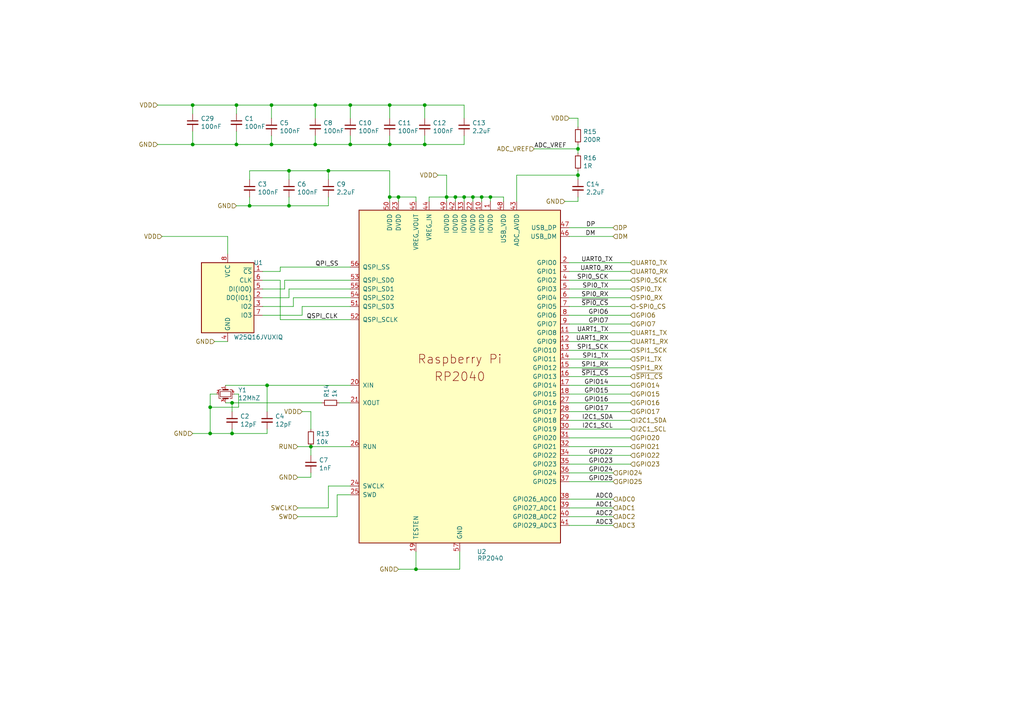
<source format=kicad_sch>
(kicad_sch (version 20230121) (generator eeschema)

  (uuid 1895faed-13c7-4877-930c-ef39a1d7419c)

  (paper "A4")

  (lib_symbols
    (symbol "Device:C_Small" (pin_numbers hide) (pin_names (offset 0.254) hide) (in_bom yes) (on_board yes)
      (property "Reference" "C" (at 0.254 1.778 0)
        (effects (font (size 1.27 1.27)) (justify left))
      )
      (property "Value" "C_Small" (at 0.254 -2.032 0)
        (effects (font (size 1.27 1.27)) (justify left))
      )
      (property "Footprint" "" (at 0 0 0)
        (effects (font (size 1.27 1.27)) hide)
      )
      (property "Datasheet" "~" (at 0 0 0)
        (effects (font (size 1.27 1.27)) hide)
      )
      (property "ki_keywords" "capacitor cap" (at 0 0 0)
        (effects (font (size 1.27 1.27)) hide)
      )
      (property "ki_description" "Unpolarized capacitor, small symbol" (at 0 0 0)
        (effects (font (size 1.27 1.27)) hide)
      )
      (property "ki_fp_filters" "C_*" (at 0 0 0)
        (effects (font (size 1.27 1.27)) hide)
      )
      (symbol "C_Small_0_1"
        (polyline
          (pts
            (xy -1.524 -0.508)
            (xy 1.524 -0.508)
          )
          (stroke (width 0.3302) (type default))
          (fill (type none))
        )
        (polyline
          (pts
            (xy -1.524 0.508)
            (xy 1.524 0.508)
          )
          (stroke (width 0.3048) (type default))
          (fill (type none))
        )
      )
      (symbol "C_Small_1_1"
        (pin passive line (at 0 2.54 270) (length 2.032)
          (name "~" (effects (font (size 1.27 1.27))))
          (number "1" (effects (font (size 1.27 1.27))))
        )
        (pin passive line (at 0 -2.54 90) (length 2.032)
          (name "~" (effects (font (size 1.27 1.27))))
          (number "2" (effects (font (size 1.27 1.27))))
        )
      )
    )
    (symbol "Device:Crystal_GND24_Small" (pin_names (offset 1.016) hide) (in_bom yes) (on_board yes)
      (property "Reference" "Y" (at 1.27 4.445 0)
        (effects (font (size 1.27 1.27)) (justify left))
      )
      (property "Value" "Crystal_GND24_Small" (at 1.27 2.54 0)
        (effects (font (size 1.27 1.27)) (justify left))
      )
      (property "Footprint" "" (at 0 0 0)
        (effects (font (size 1.27 1.27)) hide)
      )
      (property "Datasheet" "~" (at 0 0 0)
        (effects (font (size 1.27 1.27)) hide)
      )
      (property "ki_keywords" "quartz ceramic resonator oscillator" (at 0 0 0)
        (effects (font (size 1.27 1.27)) hide)
      )
      (property "ki_description" "Four pin crystal, GND on pins 2 and 4, small symbol" (at 0 0 0)
        (effects (font (size 1.27 1.27)) hide)
      )
      (property "ki_fp_filters" "Crystal*" (at 0 0 0)
        (effects (font (size 1.27 1.27)) hide)
      )
      (symbol "Crystal_GND24_Small_0_1"
        (rectangle (start -0.762 -1.524) (end 0.762 1.524)
          (stroke (width 0) (type default))
          (fill (type none))
        )
        (polyline
          (pts
            (xy -1.27 -0.762)
            (xy -1.27 0.762)
          )
          (stroke (width 0.381) (type default))
          (fill (type none))
        )
        (polyline
          (pts
            (xy 1.27 -0.762)
            (xy 1.27 0.762)
          )
          (stroke (width 0.381) (type default))
          (fill (type none))
        )
        (polyline
          (pts
            (xy -1.27 -1.27)
            (xy -1.27 -1.905)
            (xy 1.27 -1.905)
            (xy 1.27 -1.27)
          )
          (stroke (width 0) (type default))
          (fill (type none))
        )
        (polyline
          (pts
            (xy -1.27 1.27)
            (xy -1.27 1.905)
            (xy 1.27 1.905)
            (xy 1.27 1.27)
          )
          (stroke (width 0) (type default))
          (fill (type none))
        )
      )
      (symbol "Crystal_GND24_Small_1_1"
        (pin passive line (at -2.54 0 0) (length 1.27)
          (name "1" (effects (font (size 1.27 1.27))))
          (number "1" (effects (font (size 0.762 0.762))))
        )
        (pin passive line (at 0 -2.54 90) (length 0.635)
          (name "2" (effects (font (size 1.27 1.27))))
          (number "2" (effects (font (size 0.762 0.762))))
        )
        (pin passive line (at 2.54 0 180) (length 1.27)
          (name "3" (effects (font (size 1.27 1.27))))
          (number "3" (effects (font (size 0.762 0.762))))
        )
        (pin passive line (at 0 2.54 270) (length 0.635)
          (name "4" (effects (font (size 1.27 1.27))))
          (number "4" (effects (font (size 0.762 0.762))))
        )
      )
    )
    (symbol "Device:R_Small" (pin_numbers hide) (pin_names (offset 0.254) hide) (in_bom yes) (on_board yes)
      (property "Reference" "R" (at 0.762 0.508 0)
        (effects (font (size 1.27 1.27)) (justify left))
      )
      (property "Value" "R_Small" (at 0.762 -1.016 0)
        (effects (font (size 1.27 1.27)) (justify left))
      )
      (property "Footprint" "" (at 0 0 0)
        (effects (font (size 1.27 1.27)) hide)
      )
      (property "Datasheet" "~" (at 0 0 0)
        (effects (font (size 1.27 1.27)) hide)
      )
      (property "ki_keywords" "R resistor" (at 0 0 0)
        (effects (font (size 1.27 1.27)) hide)
      )
      (property "ki_description" "Resistor, small symbol" (at 0 0 0)
        (effects (font (size 1.27 1.27)) hide)
      )
      (property "ki_fp_filters" "R_*" (at 0 0 0)
        (effects (font (size 1.27 1.27)) hide)
      )
      (symbol "R_Small_0_1"
        (rectangle (start -0.762 1.778) (end 0.762 -1.778)
          (stroke (width 0.2032) (type default))
          (fill (type none))
        )
      )
      (symbol "R_Small_1_1"
        (pin passive line (at 0 2.54 270) (length 0.762)
          (name "~" (effects (font (size 1.27 1.27))))
          (number "1" (effects (font (size 1.27 1.27))))
        )
        (pin passive line (at 0 -2.54 90) (length 0.762)
          (name "~" (effects (font (size 1.27 1.27))))
          (number "2" (effects (font (size 1.27 1.27))))
        )
      )
    )
    (symbol "Memory_Flash:W25Q128JVS" (in_bom yes) (on_board yes)
      (property "Reference" "U" (at -8.89 8.89 0)
        (effects (font (size 1.27 1.27)))
      )
      (property "Value" "W25Q128JVS" (at 7.62 8.89 0)
        (effects (font (size 1.27 1.27)))
      )
      (property "Footprint" "Package_SO:SOIC-8_5.23x5.23mm_P1.27mm" (at 0 0 0)
        (effects (font (size 1.27 1.27)) hide)
      )
      (property "Datasheet" "http://www.winbond.com/resource-files/w25q128jv_dtr%20revc%2003272018%20plus.pdf" (at 0 0 0)
        (effects (font (size 1.27 1.27)) hide)
      )
      (property "ki_keywords" "flash memory SPI QPI DTR" (at 0 0 0)
        (effects (font (size 1.27 1.27)) hide)
      )
      (property "ki_description" "128Mb Serial Flash Memory, Standard/Dual/Quad SPI, SOIC-8" (at 0 0 0)
        (effects (font (size 1.27 1.27)) hide)
      )
      (property "ki_fp_filters" "SOIC*5.23x5.23mm*P1.27mm*" (at 0 0 0)
        (effects (font (size 1.27 1.27)) hide)
      )
      (symbol "W25Q128JVS_0_1"
        (rectangle (start -7.62 10.16) (end 7.62 -10.16)
          (stroke (width 0.254) (type default))
          (fill (type background))
        )
      )
      (symbol "W25Q128JVS_1_1"
        (pin input line (at -10.16 7.62 0) (length 2.54)
          (name "~{CS}" (effects (font (size 1.27 1.27))))
          (number "1" (effects (font (size 1.27 1.27))))
        )
        (pin bidirectional line (at -10.16 0 0) (length 2.54)
          (name "DO(IO1)" (effects (font (size 1.27 1.27))))
          (number "2" (effects (font (size 1.27 1.27))))
        )
        (pin bidirectional line (at -10.16 -2.54 0) (length 2.54)
          (name "IO2" (effects (font (size 1.27 1.27))))
          (number "3" (effects (font (size 1.27 1.27))))
        )
        (pin power_in line (at 0 -12.7 90) (length 2.54)
          (name "GND" (effects (font (size 1.27 1.27))))
          (number "4" (effects (font (size 1.27 1.27))))
        )
        (pin bidirectional line (at -10.16 2.54 0) (length 2.54)
          (name "DI(IO0)" (effects (font (size 1.27 1.27))))
          (number "5" (effects (font (size 1.27 1.27))))
        )
        (pin input line (at -10.16 5.08 0) (length 2.54)
          (name "CLK" (effects (font (size 1.27 1.27))))
          (number "6" (effects (font (size 1.27 1.27))))
        )
        (pin bidirectional line (at -10.16 -5.08 0) (length 2.54)
          (name "IO3" (effects (font (size 1.27 1.27))))
          (number "7" (effects (font (size 1.27 1.27))))
        )
        (pin power_in line (at 0 12.7 270) (length 2.54)
          (name "VCC" (effects (font (size 1.27 1.27))))
          (number "8" (effects (font (size 1.27 1.27))))
        )
      )
    )
    (symbol "b018:RP2040" (pin_names (offset 1.016)) (in_bom yes) (on_board yes)
      (property "Reference" "U" (at -29.21 49.53 0)
        (effects (font (size 1.27 1.27)))
      )
      (property "Value" "RP2040" (at 24.13 -49.53 0)
        (effects (font (size 1.27 1.27)))
      )
      (property "Footprint" "RP2040_minimal:RP2040-QFN-56" (at -19.05 0 0)
        (effects (font (size 1.27 1.27)) hide)
      )
      (property "Datasheet" "" (at -19.05 0 0)
        (effects (font (size 1.27 1.27)) hide)
      )
      (symbol "RP2040_0_0"
        (text "Raspberry Pi" (at 0 5.08 0)
          (effects (font (size 2.54 2.54)))
        )
        (text "RP2040" (at 0 0 0)
          (effects (font (size 2.54 2.54)))
        )
      )
      (symbol "RP2040_0_1"
        (rectangle (start 29.21 48.26) (end -29.21 -48.26)
          (stroke (width 0.254) (type default))
          (fill (type background))
        )
      )
      (symbol "RP2040_1_1"
        (pin power_in line (at 8.89 50.8 270) (length 2.54)
          (name "IOVDD" (effects (font (size 1.27 1.27))))
          (number "1" (effects (font (size 1.27 1.27))))
        )
        (pin power_in line (at 6.35 50.8 270) (length 2.54)
          (name "IOVDD" (effects (font (size 1.27 1.27))))
          (number "10" (effects (font (size 1.27 1.27))))
        )
        (pin bidirectional line (at 31.75 12.7 180) (length 2.54)
          (name "GPIO8" (effects (font (size 1.27 1.27))))
          (number "11" (effects (font (size 1.27 1.27))))
        )
        (pin bidirectional line (at 31.75 10.16 180) (length 2.54)
          (name "GPIO9" (effects (font (size 1.27 1.27))))
          (number "12" (effects (font (size 1.27 1.27))))
        )
        (pin bidirectional line (at 31.75 7.62 180) (length 2.54)
          (name "GPIO10" (effects (font (size 1.27 1.27))))
          (number "13" (effects (font (size 1.27 1.27))))
        )
        (pin bidirectional line (at 31.75 5.08 180) (length 2.54)
          (name "GPIO11" (effects (font (size 1.27 1.27))))
          (number "14" (effects (font (size 1.27 1.27))))
        )
        (pin bidirectional line (at 31.75 2.54 180) (length 2.54)
          (name "GPIO12" (effects (font (size 1.27 1.27))))
          (number "15" (effects (font (size 1.27 1.27))))
        )
        (pin bidirectional line (at 31.75 0 180) (length 2.54)
          (name "GPIO13" (effects (font (size 1.27 1.27))))
          (number "16" (effects (font (size 1.27 1.27))))
        )
        (pin bidirectional line (at 31.75 -2.54 180) (length 2.54)
          (name "GPIO14" (effects (font (size 1.27 1.27))))
          (number "17" (effects (font (size 1.27 1.27))))
        )
        (pin bidirectional line (at 31.75 -5.08 180) (length 2.54)
          (name "GPIO15" (effects (font (size 1.27 1.27))))
          (number "18" (effects (font (size 1.27 1.27))))
        )
        (pin passive line (at -12.7 -50.8 90) (length 2.54)
          (name "TESTEN" (effects (font (size 1.27 1.27))))
          (number "19" (effects (font (size 1.27 1.27))))
        )
        (pin bidirectional line (at 31.75 33.02 180) (length 2.54)
          (name "GPIO0" (effects (font (size 1.27 1.27))))
          (number "2" (effects (font (size 1.27 1.27))))
        )
        (pin input line (at -31.75 -2.54 0) (length 2.54)
          (name "XIN" (effects (font (size 1.27 1.27))))
          (number "20" (effects (font (size 1.27 1.27))))
        )
        (pin passive line (at -31.75 -7.62 0) (length 2.54)
          (name "XOUT" (effects (font (size 1.27 1.27))))
          (number "21" (effects (font (size 1.27 1.27))))
        )
        (pin power_in line (at 3.81 50.8 270) (length 2.54)
          (name "IOVDD" (effects (font (size 1.27 1.27))))
          (number "22" (effects (font (size 1.27 1.27))))
        )
        (pin power_in line (at -17.78 50.8 270) (length 2.54)
          (name "DVDD" (effects (font (size 1.27 1.27))))
          (number "23" (effects (font (size 1.27 1.27))))
        )
        (pin output line (at -31.75 -31.75 0) (length 2.54)
          (name "SWCLK" (effects (font (size 1.27 1.27))))
          (number "24" (effects (font (size 1.27 1.27))))
        )
        (pin bidirectional line (at -31.75 -34.29 0) (length 2.54)
          (name "SWD" (effects (font (size 1.27 1.27))))
          (number "25" (effects (font (size 1.27 1.27))))
        )
        (pin input line (at -31.75 -20.32 0) (length 2.54)
          (name "RUN" (effects (font (size 1.27 1.27))))
          (number "26" (effects (font (size 1.27 1.27))))
        )
        (pin bidirectional line (at 31.75 -7.62 180) (length 2.54)
          (name "GPIO16" (effects (font (size 1.27 1.27))))
          (number "27" (effects (font (size 1.27 1.27))))
        )
        (pin bidirectional line (at 31.75 -10.16 180) (length 2.54)
          (name "GPIO17" (effects (font (size 1.27 1.27))))
          (number "28" (effects (font (size 1.27 1.27))))
        )
        (pin bidirectional line (at 31.75 -12.7 180) (length 2.54)
          (name "GPIO18" (effects (font (size 1.27 1.27))))
          (number "29" (effects (font (size 1.27 1.27))))
        )
        (pin bidirectional line (at 31.75 30.48 180) (length 2.54)
          (name "GPIO1" (effects (font (size 1.27 1.27))))
          (number "3" (effects (font (size 1.27 1.27))))
        )
        (pin bidirectional line (at 31.75 -15.24 180) (length 2.54)
          (name "GPIO19" (effects (font (size 1.27 1.27))))
          (number "30" (effects (font (size 1.27 1.27))))
        )
        (pin bidirectional line (at 31.75 -17.78 180) (length 2.54)
          (name "GPIO20" (effects (font (size 1.27 1.27))))
          (number "31" (effects (font (size 1.27 1.27))))
        )
        (pin bidirectional line (at 31.75 -20.32 180) (length 2.54)
          (name "GPIO21" (effects (font (size 1.27 1.27))))
          (number "32" (effects (font (size 1.27 1.27))))
        )
        (pin power_in line (at 1.27 50.8 270) (length 2.54)
          (name "IOVDD" (effects (font (size 1.27 1.27))))
          (number "33" (effects (font (size 1.27 1.27))))
        )
        (pin bidirectional line (at 31.75 -22.86 180) (length 2.54)
          (name "GPIO22" (effects (font (size 1.27 1.27))))
          (number "34" (effects (font (size 1.27 1.27))))
        )
        (pin bidirectional line (at 31.75 -25.4 180) (length 2.54)
          (name "GPIO23" (effects (font (size 1.27 1.27))))
          (number "35" (effects (font (size 1.27 1.27))))
        )
        (pin bidirectional line (at 31.75 -27.94 180) (length 2.54)
          (name "GPIO24" (effects (font (size 1.27 1.27))))
          (number "36" (effects (font (size 1.27 1.27))))
        )
        (pin bidirectional line (at 31.75 -30.48 180) (length 2.54)
          (name "GPIO25" (effects (font (size 1.27 1.27))))
          (number "37" (effects (font (size 1.27 1.27))))
        )
        (pin bidirectional line (at 31.75 -35.56 180) (length 2.54)
          (name "GPIO26_ADC0" (effects (font (size 1.27 1.27))))
          (number "38" (effects (font (size 1.27 1.27))))
        )
        (pin bidirectional line (at 31.75 -38.1 180) (length 2.54)
          (name "GPIO27_ADC1" (effects (font (size 1.27 1.27))))
          (number "39" (effects (font (size 1.27 1.27))))
        )
        (pin bidirectional line (at 31.75 27.94 180) (length 2.54)
          (name "GPIO2" (effects (font (size 1.27 1.27))))
          (number "4" (effects (font (size 1.27 1.27))))
        )
        (pin bidirectional line (at 31.75 -40.64 180) (length 2.54)
          (name "GPIO28_ADC2" (effects (font (size 1.27 1.27))))
          (number "40" (effects (font (size 1.27 1.27))))
        )
        (pin bidirectional line (at 31.75 -43.18 180) (length 2.54)
          (name "GPIO29_ADC3" (effects (font (size 1.27 1.27))))
          (number "41" (effects (font (size 1.27 1.27))))
        )
        (pin power_in line (at -1.27 50.8 270) (length 2.54)
          (name "IOVDD" (effects (font (size 1.27 1.27))))
          (number "42" (effects (font (size 1.27 1.27))))
        )
        (pin power_in line (at 16.51 50.8 270) (length 2.54)
          (name "ADC_AVDD" (effects (font (size 1.27 1.27))))
          (number "43" (effects (font (size 1.27 1.27))))
        )
        (pin power_in line (at -8.89 50.8 270) (length 2.54)
          (name "VREG_IN" (effects (font (size 1.27 1.27))))
          (number "44" (effects (font (size 1.27 1.27))))
        )
        (pin power_out line (at -12.7 50.8 270) (length 2.54)
          (name "VREG_VOUT" (effects (font (size 1.27 1.27))))
          (number "45" (effects (font (size 1.27 1.27))))
        )
        (pin bidirectional line (at 31.75 40.64 180) (length 2.54)
          (name "USB_DM" (effects (font (size 1.27 1.27))))
          (number "46" (effects (font (size 1.27 1.27))))
        )
        (pin bidirectional line (at 31.75 43.18 180) (length 2.54)
          (name "USB_DP" (effects (font (size 1.27 1.27))))
          (number "47" (effects (font (size 1.27 1.27))))
        )
        (pin power_in line (at 12.7 50.8 270) (length 2.54)
          (name "USB_VDD" (effects (font (size 1.27 1.27))))
          (number "48" (effects (font (size 1.27 1.27))))
        )
        (pin power_in line (at -3.81 50.8 270) (length 2.54)
          (name "IOVDD" (effects (font (size 1.27 1.27))))
          (number "49" (effects (font (size 1.27 1.27))))
        )
        (pin bidirectional line (at 31.75 25.4 180) (length 2.54)
          (name "GPIO3" (effects (font (size 1.27 1.27))))
          (number "5" (effects (font (size 1.27 1.27))))
        )
        (pin power_in line (at -20.32 50.8 270) (length 2.54)
          (name "DVDD" (effects (font (size 1.27 1.27))))
          (number "50" (effects (font (size 1.27 1.27))))
        )
        (pin bidirectional line (at -31.75 20.32 0) (length 2.54)
          (name "QSPI_SD3" (effects (font (size 1.27 1.27))))
          (number "51" (effects (font (size 1.27 1.27))))
        )
        (pin output line (at -31.75 16.51 0) (length 2.54)
          (name "QSPI_SCLK" (effects (font (size 1.27 1.27))))
          (number "52" (effects (font (size 1.27 1.27))))
        )
        (pin bidirectional line (at -31.75 27.94 0) (length 2.54)
          (name "QSPI_SD0" (effects (font (size 1.27 1.27))))
          (number "53" (effects (font (size 1.27 1.27))))
        )
        (pin bidirectional line (at -31.75 22.86 0) (length 2.54)
          (name "QSPI_SD2" (effects (font (size 1.27 1.27))))
          (number "54" (effects (font (size 1.27 1.27))))
        )
        (pin bidirectional line (at -31.75 25.4 0) (length 2.54)
          (name "QSPI_SD1" (effects (font (size 1.27 1.27))))
          (number "55" (effects (font (size 1.27 1.27))))
        )
        (pin bidirectional line (at -31.75 31.75 0) (length 2.54)
          (name "QSPI_SS" (effects (font (size 1.27 1.27))))
          (number "56" (effects (font (size 1.27 1.27))))
        )
        (pin power_in line (at 0 -50.8 90) (length 2.54)
          (name "GND" (effects (font (size 1.27 1.27))))
          (number "57" (effects (font (size 1.27 1.27))))
        )
        (pin bidirectional line (at 31.75 22.86 180) (length 2.54)
          (name "GPIO4" (effects (font (size 1.27 1.27))))
          (number "6" (effects (font (size 1.27 1.27))))
        )
        (pin bidirectional line (at 31.75 20.32 180) (length 2.54)
          (name "GPIO5" (effects (font (size 1.27 1.27))))
          (number "7" (effects (font (size 1.27 1.27))))
        )
        (pin bidirectional line (at 31.75 17.78 180) (length 2.54)
          (name "GPIO6" (effects (font (size 1.27 1.27))))
          (number "8" (effects (font (size 1.27 1.27))))
        )
        (pin bidirectional line (at 31.75 15.24 180) (length 2.54)
          (name "GPIO7" (effects (font (size 1.27 1.27))))
          (number "9" (effects (font (size 1.27 1.27))))
        )
      )
    )
  )

  (junction (at 115.57 57.15) (diameter 0) (color 0 0 0 0)
    (uuid 07a4f84b-7313-44f2-946b-9a3a5fd564bb)
  )
  (junction (at 123.19 41.91) (diameter 0) (color 0 0 0 0)
    (uuid 1fa5f2d5-431e-447f-9466-fd9e936aca95)
  )
  (junction (at 167.64 43.18) (diameter 0) (color 0 0 0 0)
    (uuid 241b1126-ac2b-44c7-908a-af47a75c76a9)
  )
  (junction (at 83.82 49.53) (diameter 0) (color 0 0 0 0)
    (uuid 266945ea-c58a-491d-aca2-7fb0eaa7d9f1)
  )
  (junction (at 78.74 30.48) (diameter 0) (color 0 0 0 0)
    (uuid 29a4a52e-2c71-478b-b08e-beaf9a7d89a7)
  )
  (junction (at 55.88 41.91) (diameter 0) (color 0 0 0 0)
    (uuid 2c931c01-0a63-47ee-bcc8-06789051083e)
  )
  (junction (at 139.7 57.15) (diameter 0) (color 0 0 0 0)
    (uuid 31b7b12f-62ef-4c4a-8e1b-c1b3cd6ea85e)
  )
  (junction (at 72.39 59.69) (diameter 0) (color 0 0 0 0)
    (uuid 372f310a-dbd0-4cb5-8e70-571bc7eff234)
  )
  (junction (at 90.17 129.54) (diameter 0) (color 0 0 0 0)
    (uuid 3841b2b1-9813-4a91-996e-8dd6234686b1)
  )
  (junction (at 123.19 30.48) (diameter 0) (color 0 0 0 0)
    (uuid 41783bba-3bd8-4a3e-a2aa-979e5dec9c64)
  )
  (junction (at 68.58 41.91) (diameter 0) (color 0 0 0 0)
    (uuid 418c63b0-2b8a-4e6c-91be-8d042101383c)
  )
  (junction (at 120.65 165.1) (diameter 0) (color 0 0 0 0)
    (uuid 46577c39-eabc-4f1f-b084-5f828ff07ca2)
  )
  (junction (at 142.24 57.15) (diameter 0) (color 0 0 0 0)
    (uuid 4f319bf7-1524-4c48-a0e2-7dc7b3922ca5)
  )
  (junction (at 60.96 125.73) (diameter 0) (color 0 0 0 0)
    (uuid 57451ad0-2055-4a5a-9d77-5e64c1ceea40)
  )
  (junction (at 68.58 30.48) (diameter 0) (color 0 0 0 0)
    (uuid 5a5a7752-c0e4-49a5-a5d5-522545e2c3df)
  )
  (junction (at 113.03 30.48) (diameter 0) (color 0 0 0 0)
    (uuid 6af7347c-fce9-4330-8e80-f3c173bc074f)
  )
  (junction (at 67.31 125.73) (diameter 0) (color 0 0 0 0)
    (uuid 7ff811b7-3a7a-4324-973a-500d15dbb030)
  )
  (junction (at 91.44 30.48) (diameter 0) (color 0 0 0 0)
    (uuid 9e6fe271-8306-4a26-b05c-cbf93dc574e8)
  )
  (junction (at 134.62 57.15) (diameter 0) (color 0 0 0 0)
    (uuid a56829a2-0a2b-4ea6-8904-6987f35e13e9)
  )
  (junction (at 167.64 50.8) (diameter 0) (color 0 0 0 0)
    (uuid a6d6f8db-6e01-4968-8f11-d6f8646b0c4b)
  )
  (junction (at 132.08 57.15) (diameter 0) (color 0 0 0 0)
    (uuid a95e96aa-a73e-42fa-b851-1e39976b4d17)
  )
  (junction (at 95.25 49.53) (diameter 0) (color 0 0 0 0)
    (uuid abdc2b9e-14c3-4f5d-aa11-e129e5cde0d3)
  )
  (junction (at 101.6 41.91) (diameter 0) (color 0 0 0 0)
    (uuid ae79ec25-8cf2-4722-8419-cca59b27ce05)
  )
  (junction (at 129.54 57.15) (diameter 0) (color 0 0 0 0)
    (uuid afa08eed-61f5-4622-85d0-f94701a92d2f)
  )
  (junction (at 83.82 59.69) (diameter 0) (color 0 0 0 0)
    (uuid b97baff4-f4f5-44c9-a5bf-71a6efb4e5e9)
  )
  (junction (at 78.74 41.91) (diameter 0) (color 0 0 0 0)
    (uuid bde91a44-d68b-4006-956d-b61cc4cb5965)
  )
  (junction (at 91.44 41.91) (diameter 0) (color 0 0 0 0)
    (uuid c42feede-9584-43ae-b345-f5f7d3f245b8)
  )
  (junction (at 137.16 57.15) (diameter 0) (color 0 0 0 0)
    (uuid ca5087d6-5f91-4ec8-bc12-c9adcf972326)
  )
  (junction (at 113.03 57.15) (diameter 0) (color 0 0 0 0)
    (uuid cb810844-a2be-4ad3-8b73-21335c10123c)
  )
  (junction (at 60.96 118.11) (diameter 0) (color 0 0 0 0)
    (uuid de038ba0-33de-43ea-9074-d024f8705282)
  )
  (junction (at 77.47 111.76) (diameter 0) (color 0 0 0 0)
    (uuid e1ef95b0-60d9-439e-b552-28ecb091de65)
  )
  (junction (at 55.88 30.48) (diameter 0) (color 0 0 0 0)
    (uuid eb9b2388-7c66-4f23-b112-276a727435e8)
  )
  (junction (at 67.31 116.84) (diameter 0) (color 0 0 0 0)
    (uuid ed42fa72-87b8-40a0-a5b3-6bf77d89b10e)
  )
  (junction (at 113.03 41.91) (diameter 0) (color 0 0 0 0)
    (uuid f0efbb1e-8e26-485a-a015-978d45a24827)
  )
  (junction (at 101.6 30.48) (diameter 0) (color 0 0 0 0)
    (uuid f905ad5f-84c5-4bf7-a7c6-a0fd405d8b91)
  )

  (wire (pts (xy 86.36 149.86) (xy 97.79 149.86))
    (stroke (width 0) (type default))
    (uuid 0031a90b-e21d-46ab-9457-573eb5c2bc9f)
  )
  (wire (pts (xy 85.09 86.36) (xy 101.6 86.36))
    (stroke (width 0) (type default))
    (uuid 004518b5-f430-4eaa-b1b5-1c0426f69ef4)
  )
  (wire (pts (xy 76.2 83.82) (xy 82.55 83.82))
    (stroke (width 0) (type default))
    (uuid 00def043-a699-4803-8200-c91424ce123f)
  )
  (wire (pts (xy 76.2 86.36) (xy 83.82 86.36))
    (stroke (width 0) (type default))
    (uuid 02d6c915-e194-479f-86f6-5793f08df58a)
  )
  (wire (pts (xy 142.24 58.42) (xy 142.24 57.15))
    (stroke (width 0) (type default))
    (uuid 035f298d-92ec-43a0-86eb-d32c3a2afbc3)
  )
  (wire (pts (xy 165.1 147.32) (xy 177.8 147.32))
    (stroke (width 0) (type default))
    (uuid 03a84e17-ebf8-483f-958a-210316c67e6b)
  )
  (wire (pts (xy 77.47 124.46) (xy 77.47 125.73))
    (stroke (width 0) (type default))
    (uuid 06210b9d-4948-4ca7-8c50-d52ec4eedd98)
  )
  (wire (pts (xy 87.63 91.44) (xy 87.63 88.9))
    (stroke (width 0) (type default))
    (uuid 0648bce7-7bad-4db0-9ddb-1f90674c3635)
  )
  (wire (pts (xy 139.7 57.15) (xy 139.7 58.42))
    (stroke (width 0) (type default))
    (uuid 069b090f-d189-4d40-8e8b-1762dd68492b)
  )
  (wire (pts (xy 77.47 111.76) (xy 101.6 111.76))
    (stroke (width 0) (type default))
    (uuid 06d2d463-0714-4594-a142-bc0466c1273f)
  )
  (wire (pts (xy 165.1 144.78) (xy 177.8 144.78))
    (stroke (width 0) (type default))
    (uuid 070b687e-b2b4-4b6c-a90e-8534fd24d185)
  )
  (wire (pts (xy 72.39 49.53) (xy 83.82 49.53))
    (stroke (width 0) (type default))
    (uuid 07d3b986-4d53-45c8-a9f2-689538c2676f)
  )
  (wire (pts (xy 86.36 129.54) (xy 90.17 129.54))
    (stroke (width 0) (type default))
    (uuid 08976e43-014f-41fe-9fa8-eebfeb8d5640)
  )
  (wire (pts (xy 113.03 30.48) (xy 113.03 34.29))
    (stroke (width 0) (type default))
    (uuid 0b2203a2-222b-463b-8a03-1e132539d87d)
  )
  (wire (pts (xy 146.05 58.42) (xy 146.05 57.15))
    (stroke (width 0) (type default))
    (uuid 0f17862e-ed50-4e8d-946a-ce18a4c32cd7)
  )
  (wire (pts (xy 101.6 30.48) (xy 113.03 30.48))
    (stroke (width 0) (type default))
    (uuid 0fd87c0e-0ba5-48fe-be4a-5ec509e8d18c)
  )
  (wire (pts (xy 60.96 118.11) (xy 69.215 118.11))
    (stroke (width 0) (type default))
    (uuid 1718ecd5-fdc0-4397-badf-e2768f00fbcd)
  )
  (wire (pts (xy 165.1 104.14) (xy 182.88 104.14))
    (stroke (width 0) (type default))
    (uuid 17f8fcef-f9f0-4d9a-b42a-6394a6f3262a)
  )
  (wire (pts (xy 113.03 57.15) (xy 113.03 58.42))
    (stroke (width 0) (type default))
    (uuid 1a4294cf-f9d7-4a14-b734-b2df1b5bb03c)
  )
  (wire (pts (xy 165.1 78.74) (xy 182.88 78.74))
    (stroke (width 0) (type default))
    (uuid 1d3b688b-994a-4825-a2cd-8185460dd53f)
  )
  (wire (pts (xy 95.25 140.97) (xy 95.25 147.32))
    (stroke (width 0) (type default))
    (uuid 1e216e71-46d1-44de-a04d-3133bf7099c9)
  )
  (wire (pts (xy 86.36 147.32) (xy 95.25 147.32))
    (stroke (width 0) (type default))
    (uuid 1f0da248-6d86-4b3a-be30-01becccd286c)
  )
  (wire (pts (xy 72.39 52.07) (xy 72.39 49.53))
    (stroke (width 0) (type default))
    (uuid 1f115fb3-08cb-4535-9b92-cb800c479296)
  )
  (wire (pts (xy 113.03 30.48) (xy 123.19 30.48))
    (stroke (width 0) (type default))
    (uuid 1f92960b-33eb-4fe6-bd05-aafce6e6c505)
  )
  (wire (pts (xy 134.62 41.91) (xy 123.19 41.91))
    (stroke (width 0) (type default))
    (uuid 205e4562-8259-447d-8708-0a3129029893)
  )
  (wire (pts (xy 167.64 43.18) (xy 154.94 43.18))
    (stroke (width 0) (type default))
    (uuid 23dd7b20-de24-4b5d-9e35-d64ab9d3ec5c)
  )
  (wire (pts (xy 132.08 57.15) (xy 132.08 58.42))
    (stroke (width 0) (type default))
    (uuid 2462bc61-c68c-4460-ac84-ee69780c49ea)
  )
  (wire (pts (xy 86.36 138.43) (xy 90.17 138.43))
    (stroke (width 0) (type default))
    (uuid 2674240c-c41f-4ac2-bcb5-52631898b963)
  )
  (wire (pts (xy 165.1 109.22) (xy 182.88 109.22))
    (stroke (width 0) (type default))
    (uuid 27066b63-e8a1-4234-92b2-3f96985925a5)
  )
  (wire (pts (xy 115.57 57.15) (xy 120.65 57.15))
    (stroke (width 0) (type default))
    (uuid 278ddaed-219f-4668-b15e-391df2d30314)
  )
  (wire (pts (xy 101.6 140.97) (xy 95.25 140.97))
    (stroke (width 0) (type default))
    (uuid 2bd1aca9-6fa8-48a4-b1f0-0c143fe7785c)
  )
  (wire (pts (xy 46.99 68.58) (xy 66.04 68.58))
    (stroke (width 0) (type default))
    (uuid 2c51b7b9-473f-40c5-b364-d793670ce85f)
  )
  (wire (pts (xy 165.1 96.52) (xy 182.88 96.52))
    (stroke (width 0) (type default))
    (uuid 312f2d3d-8a8c-4166-b65a-69f1f71f159a)
  )
  (wire (pts (xy 134.62 57.15) (xy 137.16 57.15))
    (stroke (width 0) (type default))
    (uuid 3143a744-e08f-4881-a938-9b42a8df7f24)
  )
  (wire (pts (xy 113.03 41.91) (xy 123.19 41.91))
    (stroke (width 0) (type default))
    (uuid 32e568db-0d9f-4391-a8d9-914741278bd4)
  )
  (wire (pts (xy 78.74 41.91) (xy 91.44 41.91))
    (stroke (width 0) (type default))
    (uuid 33498cc8-0fdb-432c-b2bf-9a8b34afef9b)
  )
  (wire (pts (xy 123.19 30.48) (xy 123.19 34.29))
    (stroke (width 0) (type default))
    (uuid 34f447a8-a95f-4cd2-91a4-deac7eec3276)
  )
  (wire (pts (xy 165.1 66.04) (xy 177.8 66.04))
    (stroke (width 0) (type default))
    (uuid 363ff6e5-7239-4e28-9845-7396797d2866)
  )
  (wire (pts (xy 101.6 30.48) (xy 101.6 34.29))
    (stroke (width 0) (type default))
    (uuid 37807728-2a53-4965-9824-34428a457617)
  )
  (wire (pts (xy 134.62 57.15) (xy 134.62 58.42))
    (stroke (width 0) (type default))
    (uuid 39c51ab3-3abf-4f63-9c2e-47d7cb1e82e7)
  )
  (wire (pts (xy 77.47 111.76) (xy 77.47 119.38))
    (stroke (width 0) (type default))
    (uuid 3cd844a4-d7ad-4e6e-bd47-4ab00d3ea477)
  )
  (wire (pts (xy 142.24 57.15) (xy 139.7 57.15))
    (stroke (width 0) (type default))
    (uuid 3e20213a-3dda-4f50-910b-2a4e948962aa)
  )
  (wire (pts (xy 72.39 59.69) (xy 83.82 59.69))
    (stroke (width 0) (type default))
    (uuid 410c3525-ae35-4ad6-8b52-67e8031506d7)
  )
  (wire (pts (xy 62.23 99.06) (xy 66.04 99.06))
    (stroke (width 0) (type default))
    (uuid 41eaeb91-abd0-4df0-9252-db3c15c2572a)
  )
  (wire (pts (xy 76.2 78.74) (xy 81.28 78.74))
    (stroke (width 0) (type default))
    (uuid 430b9e04-aa96-4066-b80d-859c9f2461e2)
  )
  (wire (pts (xy 167.64 36.83) (xy 167.64 34.29))
    (stroke (width 0) (type default))
    (uuid 43e4983e-33fa-4bb2-994a-f0ed4cebb861)
  )
  (wire (pts (xy 165.1 99.06) (xy 182.88 99.06))
    (stroke (width 0) (type default))
    (uuid 44ed72ec-3f98-4276-ac3b-d85cd37a2214)
  )
  (wire (pts (xy 165.1 134.62) (xy 182.88 134.62))
    (stroke (width 0) (type default))
    (uuid 450865c5-f4c5-490e-8260-ce19d9b0f678)
  )
  (wire (pts (xy 165.1 149.86) (xy 177.8 149.86))
    (stroke (width 0) (type default))
    (uuid 457511ed-997a-46d1-ae53-7d193e3e9c23)
  )
  (wire (pts (xy 69.215 118.11) (xy 69.215 114.3))
    (stroke (width 0) (type default))
    (uuid 4607966a-81c3-4fe7-81b0-a9b62d1fc67b)
  )
  (wire (pts (xy 149.86 50.8) (xy 149.86 58.42))
    (stroke (width 0) (type default))
    (uuid 46c02bc5-bb93-4cd6-a9b3-0c54e8213c30)
  )
  (wire (pts (xy 65.405 111.76) (xy 77.47 111.76))
    (stroke (width 0) (type default))
    (uuid 477c383b-9ee4-4612-a7bd-b713fbfc9fb5)
  )
  (wire (pts (xy 87.63 119.38) (xy 90.17 119.38))
    (stroke (width 0) (type default))
    (uuid 495e3857-3e96-4a43-a7d7-e541770d482e)
  )
  (wire (pts (xy 90.17 129.54) (xy 90.17 132.08))
    (stroke (width 0) (type default))
    (uuid 49af5ed2-ac43-4407-be35-ce40611870fd)
  )
  (wire (pts (xy 81.28 77.47) (xy 101.6 77.47))
    (stroke (width 0) (type default))
    (uuid 4b73d58d-4ada-4105-aeb4-0207ed862a14)
  )
  (wire (pts (xy 165.1 101.6) (xy 182.88 101.6))
    (stroke (width 0) (type default))
    (uuid 4db2883a-afae-4e70-9747-304c7e8a3e56)
  )
  (wire (pts (xy 167.64 58.42) (xy 167.64 57.15))
    (stroke (width 0) (type default))
    (uuid 4de71b58-aa13-49ca-a528-fb968c3fa611)
  )
  (wire (pts (xy 113.03 49.53) (xy 113.03 57.15))
    (stroke (width 0) (type default))
    (uuid 4e0b1cdd-7c4a-499e-a10e-99efb977d1fb)
  )
  (wire (pts (xy 127 50.8) (xy 129.54 50.8))
    (stroke (width 0) (type default))
    (uuid 4f88ea06-91c1-4f40-8bcd-16e75c1932b9)
  )
  (wire (pts (xy 139.7 57.15) (xy 137.16 57.15))
    (stroke (width 0) (type default))
    (uuid 4fc31756-99bf-4ac3-bac5-406ede560e1a)
  )
  (wire (pts (xy 165.1 111.76) (xy 182.88 111.76))
    (stroke (width 0) (type default))
    (uuid 5154565d-16e7-4ca7-a117-638f4f8bdacb)
  )
  (wire (pts (xy 165.1 127) (xy 182.88 127))
    (stroke (width 0) (type default))
    (uuid 51b6f55c-82a3-4856-b743-3727a486300f)
  )
  (wire (pts (xy 87.63 88.9) (xy 101.6 88.9))
    (stroke (width 0) (type default))
    (uuid 53f138a9-f8aa-4a1e-a009-0d7cb33e8372)
  )
  (wire (pts (xy 167.64 49.53) (xy 167.64 50.8))
    (stroke (width 0) (type default))
    (uuid 54851e21-e083-41c8-9515-96f5a7407c2c)
  )
  (wire (pts (xy 115.57 57.15) (xy 115.57 58.42))
    (stroke (width 0) (type default))
    (uuid 571d5e42-3eca-4f43-9326-420776679cbf)
  )
  (wire (pts (xy 95.25 59.69) (xy 95.25 57.15))
    (stroke (width 0) (type default))
    (uuid 583b217a-ee6c-4c38-bf17-6f9fc8f58324)
  )
  (wire (pts (xy 69.215 114.3) (xy 67.945 114.3))
    (stroke (width 0) (type default))
    (uuid 59e2dfb5-312d-4d59-8dd1-8e0405ba68ae)
  )
  (wire (pts (xy 68.58 30.48) (xy 55.88 30.48))
    (stroke (width 0) (type default))
    (uuid 5c3dd22c-b214-4726-8dac-00cb19188551)
  )
  (wire (pts (xy 124.46 57.15) (xy 129.54 57.15))
    (stroke (width 0) (type default))
    (uuid 5c703f31-3517-4306-98f6-7dfcb6f22856)
  )
  (wire (pts (xy 78.74 39.37) (xy 78.74 41.91))
    (stroke (width 0) (type default))
    (uuid 5c9e39a5-7555-4d55-8887-848249d978f4)
  )
  (wire (pts (xy 129.54 50.8) (xy 129.54 57.15))
    (stroke (width 0) (type default))
    (uuid 5d0b3804-1bcd-44b4-8487-be9acf719672)
  )
  (wire (pts (xy 165.1 114.3) (xy 182.88 114.3))
    (stroke (width 0) (type default))
    (uuid 5f261a3e-b228-4997-bfde-aef0de4fc2a3)
  )
  (wire (pts (xy 82.55 81.28) (xy 101.6 81.28))
    (stroke (width 0) (type default))
    (uuid 5f5f4b3d-6ced-43de-a752-2986848a2e5a)
  )
  (wire (pts (xy 68.58 59.69) (xy 72.39 59.69))
    (stroke (width 0) (type default))
    (uuid 6078a43e-07a3-41b3-97f3-66e21357c2cc)
  )
  (wire (pts (xy 91.44 41.91) (xy 101.6 41.91))
    (stroke (width 0) (type default))
    (uuid 66d9c174-7290-43c8-bbb2-75b1d1e41f5f)
  )
  (wire (pts (xy 68.58 38.1) (xy 68.58 41.91))
    (stroke (width 0) (type default))
    (uuid 6abaa281-f552-4b8b-8d61-0804390107eb)
  )
  (wire (pts (xy 81.28 92.71) (xy 101.6 92.71))
    (stroke (width 0) (type default))
    (uuid 6d4f4291-2970-474f-b147-d447117a78fc)
  )
  (wire (pts (xy 60.96 118.11) (xy 60.96 125.73))
    (stroke (width 0) (type default))
    (uuid 6f302843-4a47-4537-ac36-afad7d893dbe)
  )
  (wire (pts (xy 90.17 129.54) (xy 101.6 129.54))
    (stroke (width 0) (type default))
    (uuid 71f68d78-f41d-4efa-ad59-abf3548e0b8f)
  )
  (wire (pts (xy 163.83 58.42) (xy 167.64 58.42))
    (stroke (width 0) (type default))
    (uuid 7831ecb7-8d98-4deb-9c77-1b69d8ef56e1)
  )
  (wire (pts (xy 101.6 41.91) (xy 113.03 41.91))
    (stroke (width 0) (type default))
    (uuid 7975917b-36e4-4577-9d47-92ff5c4fb29f)
  )
  (wire (pts (xy 177.8 139.7) (xy 165.1 139.7))
    (stroke (width 0) (type default))
    (uuid 79d17db6-4c4b-4e9b-bced-ef6294c0026f)
  )
  (wire (pts (xy 177.8 152.4) (xy 165.1 152.4))
    (stroke (width 0) (type default))
    (uuid 7ba86193-038a-48dd-930e-d738ea74fce1)
  )
  (wire (pts (xy 165.1 124.46) (xy 182.88 124.46))
    (stroke (width 0) (type default))
    (uuid 7bbcd1f1-05c6-44de-b321-e84db6f56004)
  )
  (wire (pts (xy 67.31 125.73) (xy 60.96 125.73))
    (stroke (width 0) (type default))
    (uuid 7c031f73-5ec6-4a04-b014-21413235087c)
  )
  (wire (pts (xy 97.79 143.51) (xy 101.6 143.51))
    (stroke (width 0) (type default))
    (uuid 7c541981-a3a5-42d4-96fc-25917ec303d4)
  )
  (wire (pts (xy 167.64 44.45) (xy 167.64 43.18))
    (stroke (width 0) (type default))
    (uuid 7cd2c29f-15a0-40ff-a347-dcb64f995059)
  )
  (wire (pts (xy 81.28 81.28) (xy 81.28 92.71))
    (stroke (width 0) (type default))
    (uuid 7e32c8c6-8065-4e6b-96ea-998616fb8650)
  )
  (wire (pts (xy 55.88 41.91) (xy 68.58 41.91))
    (stroke (width 0) (type default))
    (uuid 814de4ee-2361-45f1-8f29-80161363e936)
  )
  (wire (pts (xy 134.62 30.48) (xy 123.19 30.48))
    (stroke (width 0) (type default))
    (uuid 827d7f35-b11a-45bb-94c0-3ea62822e09a)
  )
  (wire (pts (xy 97.79 143.51) (xy 97.79 149.86))
    (stroke (width 0) (type default))
    (uuid 8668dce5-f517-4918-bb80-acef768f0541)
  )
  (wire (pts (xy 65.405 116.84) (xy 67.31 116.84))
    (stroke (width 0) (type default))
    (uuid 887abfaa-b237-4b5f-a194-b1670de17949)
  )
  (wire (pts (xy 115.57 165.1) (xy 120.65 165.1))
    (stroke (width 0) (type default))
    (uuid 892bfa6c-9fbe-4e83-a733-73410fbacd56)
  )
  (wire (pts (xy 60.96 118.11) (xy 60.96 114.3))
    (stroke (width 0) (type default))
    (uuid 8b8b15d6-3656-4722-b8c2-743bb45e819a)
  )
  (wire (pts (xy 76.2 88.9) (xy 85.09 88.9))
    (stroke (width 0) (type default))
    (uuid 8bb378ba-1043-46ef-8dc3-0926b94cb9b7)
  )
  (wire (pts (xy 165.1 106.68) (xy 182.88 106.68))
    (stroke (width 0) (type default))
    (uuid 8c45729a-45a8-418d-aeb1-a1f3dd845cc3)
  )
  (wire (pts (xy 91.44 30.48) (xy 91.44 34.29))
    (stroke (width 0) (type default))
    (uuid 8e67d86b-7bb4-402a-8859-fb30b79d0702)
  )
  (wire (pts (xy 78.74 30.48) (xy 68.58 30.48))
    (stroke (width 0) (type default))
    (uuid 8f3438ea-c812-4761-85ab-41f816fe33fb)
  )
  (wire (pts (xy 165.1 116.84) (xy 182.88 116.84))
    (stroke (width 0) (type default))
    (uuid 91534890-0a80-4b7e-a1cc-38e2780eb1ef)
  )
  (wire (pts (xy 165.1 86.36) (xy 182.88 86.36))
    (stroke (width 0) (type default))
    (uuid 92eeb12e-e591-4063-a8e9-7b1fff2708c6)
  )
  (wire (pts (xy 67.31 124.46) (xy 67.31 125.73))
    (stroke (width 0) (type default))
    (uuid 9402dcc2-ca6a-4249-bd72-cd7a477436f0)
  )
  (wire (pts (xy 55.88 30.48) (xy 45.72 30.48))
    (stroke (width 0) (type default))
    (uuid 98f89650-6ddc-4c63-890d-ec29794370d0)
  )
  (wire (pts (xy 124.46 58.42) (xy 124.46 57.15))
    (stroke (width 0) (type default))
    (uuid 9bca4403-8542-4731-8f47-643342f5eef1)
  )
  (wire (pts (xy 133.35 165.1) (xy 133.35 160.02))
    (stroke (width 0) (type default))
    (uuid 9bff923b-87bc-47d3-8bdf-eea98f2ea44a)
  )
  (wire (pts (xy 66.04 68.58) (xy 66.04 73.66))
    (stroke (width 0) (type default))
    (uuid 9f1e9737-c213-49c8-a61f-7b2ff576d907)
  )
  (wire (pts (xy 120.65 165.1) (xy 133.35 165.1))
    (stroke (width 0) (type default))
    (uuid a3cba932-f33e-4615-95b6-a19225f9082b)
  )
  (wire (pts (xy 165.1 88.9) (xy 182.88 88.9))
    (stroke (width 0) (type default))
    (uuid a451d44e-adaf-4f92-b54e-08db80b7e171)
  )
  (wire (pts (xy 137.16 57.15) (xy 137.16 58.42))
    (stroke (width 0) (type default))
    (uuid a4d89295-5f02-4d68-90ad-9e79f4d1ff6b)
  )
  (wire (pts (xy 55.88 38.1) (xy 55.88 41.91))
    (stroke (width 0) (type default))
    (uuid a58a7e5d-7fae-4898-b019-cededad7290d)
  )
  (wire (pts (xy 167.64 50.8) (xy 149.86 50.8))
    (stroke (width 0) (type default))
    (uuid a87594f4-3d3f-40dd-af5c-06603ee4729e)
  )
  (wire (pts (xy 113.03 39.37) (xy 113.03 41.91))
    (stroke (width 0) (type default))
    (uuid a94e9111-089a-462f-a3d5-252cba00c413)
  )
  (wire (pts (xy 90.17 137.16) (xy 90.17 138.43))
    (stroke (width 0) (type default))
    (uuid ad33463c-3b38-49d6-ac34-8967f0acb375)
  )
  (wire (pts (xy 165.1 121.92) (xy 182.88 121.92))
    (stroke (width 0) (type default))
    (uuid af61fa61-8693-41ef-b3f0-afaea2ba9c21)
  )
  (wire (pts (xy 115.57 57.15) (xy 113.03 57.15))
    (stroke (width 0) (type default))
    (uuid aff6a03d-cfbe-4872-bc43-95806192c913)
  )
  (wire (pts (xy 76.2 81.28) (xy 81.28 81.28))
    (stroke (width 0) (type default))
    (uuid b1b3dd0f-07b6-49b4-93f7-526c8216dc9c)
  )
  (wire (pts (xy 60.96 114.3) (xy 62.865 114.3))
    (stroke (width 0) (type default))
    (uuid b479052e-31e3-4b76-bc7c-5bb37f6cea16)
  )
  (wire (pts (xy 83.82 59.69) (xy 95.25 59.69))
    (stroke (width 0) (type default))
    (uuid b4de67f8-b397-417e-a4d0-89c7a0e755db)
  )
  (wire (pts (xy 165.1 132.08) (xy 182.88 132.08))
    (stroke (width 0) (type default))
    (uuid ba542d73-794c-4663-8b41-014edf888757)
  )
  (wire (pts (xy 55.88 30.48) (xy 55.88 33.02))
    (stroke (width 0) (type default))
    (uuid bb0f6d67-a4e9-43da-9e95-f8b8960d9b40)
  )
  (wire (pts (xy 91.44 30.48) (xy 101.6 30.48))
    (stroke (width 0) (type default))
    (uuid bc4ece23-f461-428b-a543-20a177ab90c1)
  )
  (wire (pts (xy 165.1 119.38) (xy 182.88 119.38))
    (stroke (width 0) (type default))
    (uuid be74e0fa-1754-4667-ab44-d33c98d761c8)
  )
  (wire (pts (xy 68.58 30.48) (xy 68.58 33.02))
    (stroke (width 0) (type default))
    (uuid bec526f8-46f2-4031-b217-c4e48022c917)
  )
  (wire (pts (xy 165.1 81.28) (xy 182.88 81.28))
    (stroke (width 0) (type default))
    (uuid becaf384-a514-4893-83f2-5ba294335bde)
  )
  (wire (pts (xy 83.82 49.53) (xy 95.25 49.53))
    (stroke (width 0) (type default))
    (uuid c333bb7a-c305-47fe-bf2d-f5c417690da0)
  )
  (wire (pts (xy 120.65 160.02) (xy 120.65 165.1))
    (stroke (width 0) (type default))
    (uuid c4e12123-ec5c-42b8-a620-8bf218baad9b)
  )
  (wire (pts (xy 167.64 50.8) (xy 167.64 52.07))
    (stroke (width 0) (type default))
    (uuid c6051dac-a4d1-4c64-a88d-a804c9e30ed6)
  )
  (wire (pts (xy 90.17 119.38) (xy 90.17 124.46))
    (stroke (width 0) (type default))
    (uuid c833e6aa-4170-4793-8f49-55860feff37a)
  )
  (wire (pts (xy 83.82 52.07) (xy 83.82 49.53))
    (stroke (width 0) (type default))
    (uuid caaa6d26-a0ed-4853-8518-f014caca2c63)
  )
  (wire (pts (xy 132.08 57.15) (xy 129.54 57.15))
    (stroke (width 0) (type default))
    (uuid cb12e809-b55d-4ac7-b8a4-24fe0966f882)
  )
  (wire (pts (xy 167.64 43.18) (xy 167.64 41.91))
    (stroke (width 0) (type default))
    (uuid cc389543-fe5d-4309-a3ae-b5a1173ce1e0)
  )
  (wire (pts (xy 83.82 59.69) (xy 83.82 57.15))
    (stroke (width 0) (type default))
    (uuid cd434316-920d-4f6a-be07-3d91c9a9aaf1)
  )
  (wire (pts (xy 146.05 57.15) (xy 142.24 57.15))
    (stroke (width 0) (type default))
    (uuid ced2936a-1dcc-4017-89ac-980c8d04e161)
  )
  (wire (pts (xy 123.19 41.91) (xy 123.19 39.37))
    (stroke (width 0) (type default))
    (uuid cf274d35-0e6e-439e-8d9a-412293082fda)
  )
  (wire (pts (xy 83.82 83.82) (xy 101.6 83.82))
    (stroke (width 0) (type default))
    (uuid cfabb8aa-f68f-4098-8208-e5f5586c411e)
  )
  (wire (pts (xy 134.62 34.29) (xy 134.62 30.48))
    (stroke (width 0) (type default))
    (uuid cfd8dec1-9a41-4fd0-89d8-71a7b9222d2f)
  )
  (wire (pts (xy 76.2 91.44) (xy 87.63 91.44))
    (stroke (width 0) (type default))
    (uuid d0f75ef7-e008-425c-9bd8-6cfa7e1649b3)
  )
  (wire (pts (xy 91.44 39.37) (xy 91.44 41.91))
    (stroke (width 0) (type default))
    (uuid d16f5ea2-35f1-4e25-8aaf-2f80f8151a76)
  )
  (wire (pts (xy 85.09 88.9) (xy 85.09 86.36))
    (stroke (width 0) (type default))
    (uuid d17602af-179f-4049-96c1-c80b799854b9)
  )
  (wire (pts (xy 134.62 39.37) (xy 134.62 41.91))
    (stroke (width 0) (type default))
    (uuid d32f353a-3e63-409c-9d56-312e05e74116)
  )
  (wire (pts (xy 134.62 57.15) (xy 132.08 57.15))
    (stroke (width 0) (type default))
    (uuid d4f34ffd-5a49-450b-9866-6db62ac96bfa)
  )
  (wire (pts (xy 67.31 119.38) (xy 67.31 116.84))
    (stroke (width 0) (type default))
    (uuid d601aad4-d8c0-48bb-8ed2-148b54c48617)
  )
  (wire (pts (xy 165.1 68.58) (xy 177.8 68.58))
    (stroke (width 0) (type default))
    (uuid d71a7345-23d8-47de-be9a-a81f15d8ba77)
  )
  (wire (pts (xy 101.6 39.37) (xy 101.6 41.91))
    (stroke (width 0) (type default))
    (uuid d9774fd0-ae19-45fe-88c4-3ab8cb1c1b86)
  )
  (wire (pts (xy 45.72 41.91) (xy 55.88 41.91))
    (stroke (width 0) (type default))
    (uuid daaa8bc1-d90d-459d-9f26-e570c61db626)
  )
  (wire (pts (xy 120.65 57.15) (xy 120.65 58.42))
    (stroke (width 0) (type default))
    (uuid dba5386a-a659-478d-ab4f-8dc7c6a4eed2)
  )
  (wire (pts (xy 95.25 49.53) (xy 113.03 49.53))
    (stroke (width 0) (type default))
    (uuid dc04a00a-6ab9-46ff-afa2-e5cf5194dbf5)
  )
  (wire (pts (xy 165.1 34.29) (xy 167.64 34.29))
    (stroke (width 0) (type default))
    (uuid dc70dff9-28b0-4e8e-b22a-cb57efd45278)
  )
  (wire (pts (xy 95.25 49.53) (xy 95.25 52.07))
    (stroke (width 0) (type default))
    (uuid df2519a7-53ed-4c50-80fe-f41d6ff6c80a)
  )
  (wire (pts (xy 82.55 83.82) (xy 82.55 81.28))
    (stroke (width 0) (type default))
    (uuid e02fd8dc-c71d-4a4f-9960-4d07d0b0354f)
  )
  (wire (pts (xy 77.47 125.73) (xy 67.31 125.73))
    (stroke (width 0) (type default))
    (uuid e07db746-23e1-4286-a4a7-f97cdbd6e7ed)
  )
  (wire (pts (xy 81.28 78.74) (xy 81.28 77.47))
    (stroke (width 0) (type default))
    (uuid e2142b9f-d0ef-4455-8be0-f3c2102517da)
  )
  (wire (pts (xy 165.1 91.44) (xy 182.88 91.44))
    (stroke (width 0) (type default))
    (uuid e8006ba1-50b2-4349-9ce0-fb680e2b9459)
  )
  (wire (pts (xy 68.58 41.91) (xy 78.74 41.91))
    (stroke (width 0) (type default))
    (uuid e85c101a-b2c6-475f-9f81-39c835a7d4dd)
  )
  (wire (pts (xy 72.39 59.69) (xy 72.39 57.15))
    (stroke (width 0) (type default))
    (uuid eada067c-2393-436b-8cfe-3c40423c33e8)
  )
  (wire (pts (xy 83.82 86.36) (xy 83.82 83.82))
    (stroke (width 0) (type default))
    (uuid ec0a43b6-254f-4ca0-a19f-99c27eaf62a8)
  )
  (wire (pts (xy 60.96 125.73) (xy 55.88 125.73))
    (stroke (width 0) (type default))
    (uuid ee6d5d40-ca1c-4cee-9764-cedfb6c5fb12)
  )
  (wire (pts (xy 78.74 34.29) (xy 78.74 30.48))
    (stroke (width 0) (type default))
    (uuid f09727d8-ea66-4fe2-873a-6e956f0d79a0)
  )
  (wire (pts (xy 165.1 83.82) (xy 182.88 83.82))
    (stroke (width 0) (type default))
    (uuid f116ebc1-6ce1-47bd-82a7-aa3ad7c2489d)
  )
  (wire (pts (xy 98.425 116.84) (xy 101.6 116.84))
    (stroke (width 0) (type default))
    (uuid f2004fdd-cbf3-4bf7-9c7f-fe3795a68a86)
  )
  (wire (pts (xy 165.1 129.54) (xy 182.88 129.54))
    (stroke (width 0) (type default))
    (uuid f5a36055-2571-432e-bd2e-2b0cc1b98d8e)
  )
  (wire (pts (xy 165.1 137.16) (xy 177.8 137.16))
    (stroke (width 0) (type default))
    (uuid f878dba1-1f14-436f-a2a7-1ad99ffe8286)
  )
  (wire (pts (xy 78.74 30.48) (xy 91.44 30.48))
    (stroke (width 0) (type default))
    (uuid f9f97f10-0926-4f4f-b114-09b33b246096)
  )
  (wire (pts (xy 129.54 57.15) (xy 129.54 58.42))
    (stroke (width 0) (type default))
    (uuid fa1efa38-3d43-494a-a93d-5d40f54d573b)
  )
  (wire (pts (xy 165.1 76.2) (xy 182.88 76.2))
    (stroke (width 0) (type default))
    (uuid fa2036e7-2b19-47ef-9d26-c51b6a62e442)
  )
  (wire (pts (xy 93.345 116.84) (xy 67.31 116.84))
    (stroke (width 0) (type default))
    (uuid fd97661e-3499-4c07-8c77-4185d0266f30)
  )
  (wire (pts (xy 165.1 93.98) (xy 182.88 93.98))
    (stroke (width 0) (type default))
    (uuid feca2df1-fabf-459a-92bb-71e4ffae0044)
  )

  (label "ADC_VREF" (at 154.94 43.18 0) (fields_autoplaced)
    (effects (font (size 1.27 1.27)) (justify left bottom))
    (uuid 08516d8c-cd27-4133-9b6c-d6c50fcb1b00)
  )
  (label "I2C1_SCL" (at 177.8 124.46 180) (fields_autoplaced)
    (effects (font (size 1.27 1.27)) (justify right bottom))
    (uuid 13808ad4-d11c-4917-ba35-6c0ada0fe5ec)
  )
  (label "QPI_SS" (at 91.44 77.47 0) (fields_autoplaced)
    (effects (font (size 1.27 1.27)) (justify left bottom))
    (uuid 253c7460-fb4e-48cc-b6f2-3c696e64f27f)
  )
  (label "ADC3" (at 177.8 152.4 180) (fields_autoplaced)
    (effects (font (size 1.27 1.27)) (justify right bottom))
    (uuid 324d8ff7-5ab6-463e-9986-0e6da4768c7c)
  )
  (label "ADC2" (at 177.8 149.86 180) (fields_autoplaced)
    (effects (font (size 1.27 1.27)) (justify right bottom))
    (uuid 37f82545-a088-4307-8b97-ecf519e1ce83)
  )
  (label "SPI0_RX" (at 176.53 86.36 180) (fields_autoplaced)
    (effects (font (size 1.27 1.27)) (justify right bottom))
    (uuid 3b35daf2-3f03-4a48-9e5f-acbb2084ca69)
  )
  (label "GPIO25" (at 177.8 139.7 180) (fields_autoplaced)
    (effects (font (size 1.27 1.27)) (justify right bottom))
    (uuid 43070e07-82f5-487e-9b6d-0beebdd57490)
  )
  (label "UART1_RX" (at 176.53 99.06 180) (fields_autoplaced)
    (effects (font (size 1.27 1.27)) (justify right bottom))
    (uuid 48b3f590-cd82-444e-996c-7634a68d2afd)
  )
  (label "ADC0" (at 177.8 144.78 180) (fields_autoplaced)
    (effects (font (size 1.27 1.27)) (justify right bottom))
    (uuid 48ffd152-c956-4a72-b88b-83e5f8786fdf)
  )
  (label "QSPI_CLK" (at 88.9 92.71 0) (fields_autoplaced)
    (effects (font (size 1.27 1.27)) (justify left bottom))
    (uuid 52afdd51-9a29-48a7-b693-440e256d7590)
  )
  (label "GPIO17" (at 176.53 119.38 180) (fields_autoplaced)
    (effects (font (size 1.27 1.27)) (justify right bottom))
    (uuid 57fe0f3d-fa01-4af4-9b02-12b8ffecdec3)
  )
  (label "GPIO23" (at 177.8 134.62 180) (fields_autoplaced)
    (effects (font (size 1.27 1.27)) (justify right bottom))
    (uuid 5a26d215-ce13-4499-971c-e5ba1a0131ac)
  )
  (label "GPIO6" (at 176.53 91.44 180) (fields_autoplaced)
    (effects (font (size 1.27 1.27)) (justify right bottom))
    (uuid 5dd8cadf-ad9d-452b-821d-7810c3a23491)
  )
  (label "DM" (at 172.72 68.58 180) (fields_autoplaced)
    (effects (font (size 1.27 1.27)) (justify right bottom))
    (uuid 5e8ab5fe-d4fe-4bb5-b51b-e38d2c700dde)
  )
  (label "UART0_RX" (at 177.8 78.74 180) (fields_autoplaced)
    (effects (font (size 1.27 1.27)) (justify right bottom))
    (uuid 6813b7f6-ea84-4617-9b84-e32eed766516)
  )
  (label "SPI0_TX" (at 176.53 83.82 180) (fields_autoplaced)
    (effects (font (size 1.27 1.27)) (justify right bottom))
    (uuid 6854bb18-0125-410b-bb1a-664b3175a0f3)
  )
  (label "SPI0_SCK" (at 176.53 81.28 180) (fields_autoplaced)
    (effects (font (size 1.27 1.27)) (justify right bottom))
    (uuid 6ffc9aae-d192-4c69-a22c-ce26e7a56279)
  )
  (label "GPIO7" (at 176.53 93.98 180) (fields_autoplaced)
    (effects (font (size 1.27 1.27)) (justify right bottom))
    (uuid 801bc1ca-870e-4008-8f7a-4f28db1b0f78)
  )
  (label "I2C1_SDA" (at 177.8 121.92 180) (fields_autoplaced)
    (effects (font (size 1.27 1.27)) (justify right bottom))
    (uuid 81bc647c-afe6-48ad-9a32-66eb25782f62)
  )
  (label "DP" (at 172.72 66.04 180) (fields_autoplaced)
    (effects (font (size 1.27 1.27)) (justify right bottom))
    (uuid 8995e463-c9da-48df-9e76-2ab7b820e9de)
  )
  (label "~{SPI1_CS}" (at 176.53 109.22 180) (fields_autoplaced)
    (effects (font (size 1.27 1.27)) (justify right bottom))
    (uuid 9e0435a0-ac0a-4943-a8e7-0662626b2188)
  )
  (label "ADC1" (at 177.8 147.32 180) (fields_autoplaced)
    (effects (font (size 1.27 1.27)) (justify right bottom))
    (uuid 9f107ec8-e594-4779-9129-d2376e0dab11)
  )
  (label "GPIO16" (at 176.53 116.84 180) (fields_autoplaced)
    (effects (font (size 1.27 1.27)) (justify right bottom))
    (uuid a4a399c0-5e7e-41aa-ab39-051d298a8953)
  )
  (label "GPIO24" (at 177.8 137.16 180) (fields_autoplaced)
    (effects (font (size 1.27 1.27)) (justify right bottom))
    (uuid ae6d1f7b-c79f-4766-95ee-35daa6a9dca8)
  )
  (label "GPIO15" (at 176.53 114.3 180) (fields_autoplaced)
    (effects (font (size 1.27 1.27)) (justify right bottom))
    (uuid b119731a-8ea8-4823-a39e-3052ac72a122)
  )
  (label "SPI1_TX" (at 176.53 104.14 180) (fields_autoplaced)
    (effects (font (size 1.27 1.27)) (justify right bottom))
    (uuid b1b6cd89-5fbc-4f3d-af3b-ca98dd4be076)
  )
  (label "UART1_TX" (at 176.53 96.52 180) (fields_autoplaced)
    (effects (font (size 1.27 1.27)) (justify right bottom))
    (uuid c0bbdf68-232a-43ee-a5ca-dc4049270f74)
  )
  (label "~{SPI0_CS}" (at 176.53 88.9 180) (fields_autoplaced)
    (effects (font (size 1.27 1.27)) (justify right bottom))
    (uuid c64547c1-c1f2-4990-9b3c-eadfe61b16f4)
  )
  (label "SPI1_RX" (at 176.53 106.68 180) (fields_autoplaced)
    (effects (font (size 1.27 1.27)) (justify right bottom))
    (uuid c9ed063e-cb04-47ce-a9ae-12623b0a14dc)
  )
  (label "SPI1_SCK" (at 176.53 101.6 180) (fields_autoplaced)
    (effects (font (size 1.27 1.27)) (justify right bottom))
    (uuid cb3a8a81-9a65-4e77-a18b-fa83576e1207)
  )
  (label "GPIO22" (at 177.8 132.08 180) (fields_autoplaced)
    (effects (font (size 1.27 1.27)) (justify right bottom))
    (uuid d28332e5-89d6-4d1d-8610-774b442628cb)
  )
  (label "GPIO14" (at 176.53 111.76 180) (fields_autoplaced)
    (effects (font (size 1.27 1.27)) (justify right bottom))
    (uuid d7a24d7d-144e-4b62-91e8-53c710eb827d)
  )
  (label "UART0_TX" (at 177.8 76.2 180) (fields_autoplaced)
    (effects (font (size 1.27 1.27)) (justify right bottom))
    (uuid e5a7346b-0d1f-46be-89f1-97cd4bfa735f)
  )

  (hierarchical_label "GPIO17" (shape input) (at 182.88 119.38 0) (fields_autoplaced)
    (effects (font (size 1.27 1.27)) (justify left))
    (uuid 0145101a-b9fa-4e42-87ca-252f54c3e125)
  )
  (hierarchical_label "GND" (shape input) (at 68.58 59.69 180) (fields_autoplaced)
    (effects (font (size 1.27 1.27)) (justify right))
    (uuid 0f23483d-ff7b-48c2-8ef7-6639175c2e86)
  )
  (hierarchical_label "VDD" (shape input) (at 87.63 119.38 180) (fields_autoplaced)
    (effects (font (size 1.27 1.27)) (justify right))
    (uuid 12b17080-88f9-4e17-9067-459327993474)
  )
  (hierarchical_label "ADC1" (shape input) (at 177.8 147.32 0) (fields_autoplaced)
    (effects (font (size 1.27 1.27)) (justify left))
    (uuid 1d818eaa-8e6c-4404-9205-aa4ea938e6a9)
  )
  (hierarchical_label "GND" (shape input) (at 62.23 99.06 180) (fields_autoplaced)
    (effects (font (size 1.27 1.27)) (justify right))
    (uuid 243cb1d3-8b52-463e-80ce-56fa028861b7)
  )
  (hierarchical_label "ADC0" (shape input) (at 177.8 144.78 0) (fields_autoplaced)
    (effects (font (size 1.27 1.27)) (justify left))
    (uuid 31527321-3361-47e3-b2fb-59e352f158a4)
  )
  (hierarchical_label "GPIO15" (shape input) (at 182.88 114.3 0) (fields_autoplaced)
    (effects (font (size 1.27 1.27)) (justify left))
    (uuid 3671504d-76e9-4c78-bfe9-6313d6b9b623)
  )
  (hierarchical_label "~{SPI1_CS}" (shape input) (at 182.88 109.22 0) (fields_autoplaced)
    (effects (font (size 1.27 1.27)) (justify left))
    (uuid 466148d0-4ced-4976-87bd-f98c3931eb4e)
  )
  (hierarchical_label "GPIO6" (shape input) (at 182.88 91.44 0) (fields_autoplaced)
    (effects (font (size 1.27 1.27)) (justify left))
    (uuid 488d8afa-447f-49ee-8cd6-2ad926cfc669)
  )
  (hierarchical_label "VDD" (shape input) (at 165.1 34.29 180) (fields_autoplaced)
    (effects (font (size 1.27 1.27)) (justify right))
    (uuid 48f9563c-ae02-4449-8729-12fadd186063)
  )
  (hierarchical_label "GPIO23" (shape input) (at 182.88 134.62 0) (fields_autoplaced)
    (effects (font (size 1.27 1.27)) (justify left))
    (uuid 557cf874-36c2-41fa-84e1-b5f064e3b2ab)
  )
  (hierarchical_label "GPIO21" (shape input) (at 182.88 129.54 0) (fields_autoplaced)
    (effects (font (size 1.27 1.27)) (justify left))
    (uuid 5a052503-34a0-4fa8-8884-4e4571f21705)
  )
  (hierarchical_label "SPI1_SCK" (shape input) (at 182.88 101.6 0) (fields_autoplaced)
    (effects (font (size 1.27 1.27)) (justify left))
    (uuid 5fb2430c-8fa6-4d4d-a259-8dcc9407daff)
  )
  (hierarchical_label "~SPI0_CS" (shape input) (at 182.88 88.9 0) (fields_autoplaced)
    (effects (font (size 1.27 1.27)) (justify left))
    (uuid 68ade2d0-3d43-4fb4-b001-d07ff1a854f4)
  )
  (hierarchical_label "GPIO22" (shape input) (at 182.88 132.08 0) (fields_autoplaced)
    (effects (font (size 1.27 1.27)) (justify left))
    (uuid 70d030e8-b021-433c-aab5-4ab314da0b77)
  )
  (hierarchical_label "DP" (shape input) (at 177.8 66.04 0) (fields_autoplaced)
    (effects (font (size 1.27 1.27)) (justify left))
    (uuid 71c67f55-ecbc-47d6-bded-6a491915fa96)
  )
  (hierarchical_label "GND" (shape input) (at 86.36 138.43 180) (fields_autoplaced)
    (effects (font (size 1.27 1.27)) (justify right))
    (uuid 740d8215-aa3d-4f48-8ded-dff2f4b826a4)
  )
  (hierarchical_label "GPIO20" (shape input) (at 182.88 127 0) (fields_autoplaced)
    (effects (font (size 1.27 1.27)) (justify left))
    (uuid 795a896d-a4e1-433e-87cc-317b00df2b8c)
  )
  (hierarchical_label "SPI0_RX" (shape input) (at 182.88 86.36 0) (fields_autoplaced)
    (effects (font (size 1.27 1.27)) (justify left))
    (uuid 8342278e-e74b-4db0-b450-2bac9e8baa45)
  )
  (hierarchical_label "VDD" (shape input) (at 46.99 68.58 180) (fields_autoplaced)
    (effects (font (size 1.27 1.27)) (justify right))
    (uuid 898f42fa-4556-4bd2-b16a-d2b410bf2138)
  )
  (hierarchical_label "SPI0_SCK" (shape input) (at 182.88 81.28 0) (fields_autoplaced)
    (effects (font (size 1.27 1.27)) (justify left))
    (uuid 8c2d2727-50f8-4289-91ac-a7a65f656e5d)
  )
  (hierarchical_label "UART0_TX" (shape input) (at 182.88 76.2 0) (fields_autoplaced)
    (effects (font (size 1.27 1.27)) (justify left))
    (uuid 8da1d181-4bdf-45a6-b68e-38958609ee46)
  )
  (hierarchical_label "­ADC_VREF" (shape input) (at 154.94 43.18 180) (fields_autoplaced)
    (effects (font (size 1.27 1.27)) (justify right))
    (uuid 92487a11-6c30-402e-a777-8142dcf93783)
  )
  (hierarchical_label "DM" (shape input) (at 177.8 68.58 0) (fields_autoplaced)
    (effects (font (size 1.27 1.27)) (justify left))
    (uuid 9f016c38-851b-46fa-9398-92445d98e890)
  )
  (hierarchical_label "GND" (shape input) (at 45.72 41.91 180) (fields_autoplaced)
    (effects (font (size 1.27 1.27)) (justify right))
    (uuid 9f7681e3-dcc6-45dd-93de-b00df2265b3b)
  )
  (hierarchical_label "VDD" (shape input) (at 127 50.8 180) (fields_autoplaced)
    (effects (font (size 1.27 1.27)) (justify right))
    (uuid a26a17bb-f4e6-4ab2-abd2-569ed1a580b3)
  )
  (hierarchical_label "GND" (shape input) (at 115.57 165.1 180) (fields_autoplaced)
    (effects (font (size 1.27 1.27)) (justify right))
    (uuid a57ad73e-4538-4345-aae9-d7703bf921f5)
  )
  (hierarchical_label "ADC2" (shape input) (at 177.8 149.86 0) (fields_autoplaced)
    (effects (font (size 1.27 1.27)) (justify left))
    (uuid a614aa45-94aa-47f4-ab61-cd0e5d3ec23e)
  )
  (hierarchical_label "UART1_RX" (shape input) (at 182.88 99.06 0) (fields_autoplaced)
    (effects (font (size 1.27 1.27)) (justify left))
    (uuid abd3bb4a-bbf3-490b-9f1e-f64779efb6b7)
  )
  (hierarchical_label "UART0_RX" (shape input) (at 182.88 78.74 0) (fields_autoplaced)
    (effects (font (size 1.27 1.27)) (justify left))
    (uuid ac2fe458-1843-4393-840f-c5cd6e661f27)
  )
  (hierarchical_label "GND" (shape input) (at 163.83 58.42 180) (fields_autoplaced)
    (effects (font (size 1.27 1.27)) (justify right))
    (uuid adb4e185-e503-471c-a88b-8bb2ee14ee52)
  )
  (hierarchical_label "UART1_TX" (shape input) (at 182.88 96.52 0) (fields_autoplaced)
    (effects (font (size 1.27 1.27)) (justify left))
    (uuid b0cb7f61-3269-4830-bbac-6503ba94fd71)
  )
  (hierarchical_label "SWD" (shape input) (at 86.36 149.86 180) (fields_autoplaced)
    (effects (font (size 1.27 1.27)) (justify right))
    (uuid b4ab24b0-3920-4bfa-9a9e-944e936e8a26)
  )
  (hierarchical_label "ADC3" (shape input) (at 177.8 152.4 0) (fields_autoplaced)
    (effects (font (size 1.27 1.27)) (justify left))
    (uuid b85e7bbb-b7df-4f5b-87f2-1717cd86db34)
  )
  (hierarchical_label "SPI1_TX" (shape input) (at 182.88 104.14 0) (fields_autoplaced)
    (effects (font (size 1.27 1.27)) (justify left))
    (uuid bb3d81c9-b2db-4832-baca-2a51a949ea8f)
  )
  (hierarchical_label "GPIO25" (shape input) (at 177.8 139.7 0) (fields_autoplaced)
    (effects (font (size 1.27 1.27)) (justify left))
    (uuid bc813ffa-20dd-422d-aec4-7ecd45a08c7f)
  )
  (hierarchical_label "SPI0_TX" (shape input) (at 182.88 83.82 0) (fields_autoplaced)
    (effects (font (size 1.27 1.27)) (justify left))
    (uuid bdfdc20b-6c65-441b-90df-be6eeb276660)
  )
  (hierarchical_label "RUN" (shape input) (at 86.36 129.54 180) (fields_autoplaced)
    (effects (font (size 1.27 1.27)) (justify right))
    (uuid bfa55a87-f144-4a72-9f5e-d6920851f7f2)
  )
  (hierarchical_label "I2C1_SDA" (shape input) (at 182.88 121.92 0) (fields_autoplaced)
    (effects (font (size 1.27 1.27)) (justify left))
    (uuid c057796b-ed9f-4240-832f-051ccfad22fe)
  )
  (hierarchical_label "GPIO16" (shape input) (at 182.88 116.84 0) (fields_autoplaced)
    (effects (font (size 1.27 1.27)) (justify left))
    (uuid c7d7e591-e776-43ae-a82a-72854d47cd45)
  )
  (hierarchical_label "SPI1_RX" (shape input) (at 182.88 106.68 0) (fields_autoplaced)
    (effects (font (size 1.27 1.27)) (justify left))
    (uuid cfb44f88-b0f7-4823-bb71-32e71b20fce2)
  )
  (hierarchical_label "GPIO24" (shape input) (at 177.8 137.16 0) (fields_autoplaced)
    (effects (font (size 1.27 1.27)) (justify left))
    (uuid d58ecadb-2ec8-4ce3-8d6d-efb66cc84735)
  )
  (hierarchical_label "SWCLK" (shape input) (at 86.36 147.32 180) (fields_autoplaced)
    (effects (font (size 1.27 1.27)) (justify right))
    (uuid d87fdb61-d2a8-40b7-907b-272786012df2)
  )
  (hierarchical_label "VDD" (shape input) (at 45.72 30.48 180) (fields_autoplaced)
    (effects (font (size 1.27 1.27)) (justify right))
    (uuid dfc47c16-0845-47e8-8d3b-915293fbd223)
  )
  (hierarchical_label "GPIO14" (shape input) (at 182.88 111.76 0) (fields_autoplaced)
    (effects (font (size 1.27 1.27)) (justify left))
    (uuid e82b537e-f5dc-448d-99eb-80beb0ec5748)
  )
  (hierarchical_label "I2C1_SCL" (shape input) (at 182.88 124.46 0) (fields_autoplaced)
    (effects (font (size 1.27 1.27)) (justify left))
    (uuid ea6a2cd6-92d2-4686-8dd6-676ebbdb4a26)
  )
  (hierarchical_label "GND" (shape input) (at 55.88 125.73 180) (fields_autoplaced)
    (effects (font (size 1.27 1.27)) (justify right))
    (uuid ed6d25ba-fc03-4e7c-a2ee-43f69fc618c8)
  )
  (hierarchical_label "GPIO7" (shape input) (at 182.88 93.98 0) (fields_autoplaced)
    (effects (font (size 1.27 1.27)) (justify left))
    (uuid ffec822d-805c-4211-b331-8743234fae72)
  )

  (symbol (lib_id "Device:C_Small") (at 55.88 35.56 0) (unit 1)
    (in_bom yes) (on_board yes) (dnp no)
    (uuid 006b1f66-b929-4026-b35d-2311bff51e83)
    (property "Reference" "C29" (at 58.2168 34.3916 0)
      (effects (font (size 1.27 1.27)) (justify left))
    )
    (property "Value" "100nF" (at 58.2168 36.703 0)
      (effects (font (size 1.27 1.27)) (justify left))
    )
    (property "Footprint" "Capacitor_SMD:C_0603_1608Metric" (at 55.88 35.56 0)
      (effects (font (size 1.27 1.27)) hide)
    )
    (property "Datasheet" "~" (at 55.88 35.56 0)
      (effects (font (size 1.27 1.27)) hide)
    )
    (pin "1" (uuid 8d12789f-66c9-428e-9670-8414c0fc73b0))
    (pin "2" (uuid efb76d33-eece-4df3-bbe1-1cb8660b0ebd))
    (instances
      (project "board"
        (path "/57732dd3-1162-4c3f-88bd-31bf473d124d/767ce4c6-0e55-4543-92f0-34cb8237a544"
          (reference "C29") (unit 1)
        )
      )
    )
  )

  (symbol (lib_id "Device:C_Small") (at 113.03 36.83 0) (unit 1)
    (in_bom yes) (on_board yes) (dnp no)
    (uuid 25e018e1-d6b7-416b-8a67-c331bf8e8ab8)
    (property "Reference" "C11" (at 115.3668 35.6616 0)
      (effects (font (size 1.27 1.27)) (justify left))
    )
    (property "Value" "100nF" (at 115.3668 37.973 0)
      (effects (font (size 1.27 1.27)) (justify left))
    )
    (property "Footprint" "Capacitor_SMD:C_0603_1608Metric" (at 113.03 36.83 0)
      (effects (font (size 1.27 1.27)) hide)
    )
    (property "Datasheet" "~" (at 113.03 36.83 0)
      (effects (font (size 1.27 1.27)) hide)
    )
    (pin "1" (uuid 7e391cef-4dab-4b6e-a670-581f8691e16f))
    (pin "2" (uuid 0bf3af8d-b6b1-4ae9-bec8-ce4db7125d59))
    (instances
      (project "board"
        (path "/57732dd3-1162-4c3f-88bd-31bf473d124d/767ce4c6-0e55-4543-92f0-34cb8237a544"
          (reference "C11") (unit 1)
        )
      )
    )
  )

  (symbol (lib_id "Device:C_Small") (at 134.62 36.83 0) (unit 1)
    (in_bom yes) (on_board yes) (dnp no)
    (uuid 25f3e2fd-8dce-4bcb-8d1c-a218a26e2aaf)
    (property "Reference" "C13" (at 136.9568 35.6616 0)
      (effects (font (size 1.27 1.27)) (justify left))
    )
    (property "Value" "2.2uF" (at 136.9568 37.973 0)
      (effects (font (size 1.27 1.27)) (justify left))
    )
    (property "Footprint" "Capacitor_SMD:C_0603_1608Metric" (at 134.62 36.83 0)
      (effects (font (size 1.27 1.27)) hide)
    )
    (property "Datasheet" "~" (at 134.62 36.83 0)
      (effects (font (size 1.27 1.27)) hide)
    )
    (pin "1" (uuid 817a7c28-8edd-4ee0-ac32-015be619fc9b))
    (pin "2" (uuid 141e9749-283d-4988-8043-ae5de607ad44))
    (instances
      (project "board"
        (path "/57732dd3-1162-4c3f-88bd-31bf473d124d/767ce4c6-0e55-4543-92f0-34cb8237a544"
          (reference "C13") (unit 1)
        )
      )
    )
  )

  (symbol (lib_id "Device:R_Small") (at 167.64 39.37 0) (unit 1)
    (in_bom yes) (on_board yes) (dnp no)
    (uuid 2e62a12a-947e-4e6d-bfb7-0c3f1e2da5bb)
    (property "Reference" "R15" (at 169.1386 38.2016 0)
      (effects (font (size 1.27 1.27)) (justify left))
    )
    (property "Value" "200R" (at 169.1386 40.513 0)
      (effects (font (size 1.27 1.27)) (justify left))
    )
    (property "Footprint" "Resistor_SMD:R_0603_1608Metric" (at 167.64 39.37 0)
      (effects (font (size 1.27 1.27)) hide)
    )
    (property "Datasheet" "~" (at 167.64 39.37 0)
      (effects (font (size 1.27 1.27)) hide)
    )
    (pin "1" (uuid 3611c976-c3cc-4d4e-bc55-5b4997a0b8da))
    (pin "2" (uuid fba8dd8a-e019-4565-bb66-9a6e7ac53865))
    (instances
      (project "board"
        (path "/57732dd3-1162-4c3f-88bd-31bf473d124d/767ce4c6-0e55-4543-92f0-34cb8237a544"
          (reference "R15") (unit 1)
        )
      )
    )
  )

  (symbol (lib_id "Device:C_Small") (at 95.25 54.61 0) (unit 1)
    (in_bom yes) (on_board yes) (dnp no)
    (uuid 2e67462c-f706-42c6-a128-3c6bcb7321cb)
    (property "Reference" "C9" (at 97.5868 53.4416 0)
      (effects (font (size 1.27 1.27)) (justify left))
    )
    (property "Value" "2.2uF" (at 97.5868 55.753 0)
      (effects (font (size 1.27 1.27)) (justify left))
    )
    (property "Footprint" "Capacitor_SMD:C_0603_1608Metric" (at 95.25 54.61 0)
      (effects (font (size 1.27 1.27)) hide)
    )
    (property "Datasheet" "~" (at 95.25 54.61 0)
      (effects (font (size 1.27 1.27)) hide)
    )
    (pin "1" (uuid d454d162-5ed5-406f-a71f-17c9b8f8cc23))
    (pin "2" (uuid 52f99a62-1ecb-4029-8d7d-53ee5661de8f))
    (instances
      (project "board"
        (path "/57732dd3-1162-4c3f-88bd-31bf473d124d/767ce4c6-0e55-4543-92f0-34cb8237a544"
          (reference "C9") (unit 1)
        )
      )
    )
  )

  (symbol (lib_id "Device:C_Small") (at 101.6 36.83 0) (unit 1)
    (in_bom yes) (on_board yes) (dnp no)
    (uuid 3bbda548-0441-4664-b1a0-86315750e8b0)
    (property "Reference" "C10" (at 103.9368 35.6616 0)
      (effects (font (size 1.27 1.27)) (justify left))
    )
    (property "Value" "100nF" (at 103.9368 37.973 0)
      (effects (font (size 1.27 1.27)) (justify left))
    )
    (property "Footprint" "Capacitor_SMD:C_0603_1608Metric" (at 101.6 36.83 0)
      (effects (font (size 1.27 1.27)) hide)
    )
    (property "Datasheet" "~" (at 101.6 36.83 0)
      (effects (font (size 1.27 1.27)) hide)
    )
    (pin "1" (uuid 7d38f7d4-1842-47f6-9bf6-580f6894fd36))
    (pin "2" (uuid ae5248d2-92f3-46be-b367-36462e758436))
    (instances
      (project "board"
        (path "/57732dd3-1162-4c3f-88bd-31bf473d124d/767ce4c6-0e55-4543-92f0-34cb8237a544"
          (reference "C10") (unit 1)
        )
      )
    )
  )

  (symbol (lib_id "b018:RP2040") (at 133.35 109.22 0) (unit 1)
    (in_bom yes) (on_board yes) (dnp no)
    (uuid 3c324f57-c748-4dfe-a3d2-30b0bb311f0c)
    (property "Reference" "U2" (at 139.7 160.02 0)
      (effects (font (size 1.27 1.27)))
    )
    (property "Value" "RP2040" (at 142.24 161.925 0)
      (effects (font (size 1.27 1.27)))
    )
    (property "Footprint" "Package_DFN_QFN:QFN-56-1EP_7x7mm_P0.4mm_EP3.2x3.2mm" (at 114.3 109.22 0)
      (effects (font (size 1.27 1.27)) hide)
    )
    (property "Datasheet" "" (at 114.3 109.22 0)
      (effects (font (size 1.27 1.27)) hide)
    )
    (pin "1" (uuid 233d2504-d3da-400f-962c-8500b1e13f22))
    (pin "10" (uuid b9a89c39-7538-469f-a5e0-4ad59654dd46))
    (pin "11" (uuid 0404791d-ed61-480b-a414-c1838f3e7977))
    (pin "12" (uuid 27d3e770-9ab5-4039-b518-1f913cdca700))
    (pin "13" (uuid 69fc61a5-734d-43af-a6f5-3ee9b5bba686))
    (pin "14" (uuid 5059fe8c-9c38-4bcd-b4e5-e3fcd3461432))
    (pin "15" (uuid 3051ca53-afa0-4481-bce5-8967e4739e70))
    (pin "16" (uuid 11eec49f-fbc5-47b1-ae60-2286713e7217))
    (pin "17" (uuid 428ea890-6a93-4006-9c6e-bc6dd1a742e7))
    (pin "18" (uuid 12a5cf3f-9a47-4e04-af71-ae8af7753d56))
    (pin "19" (uuid 6632a297-29dd-48d0-853c-0e9bfe1ac2a0))
    (pin "2" (uuid 79c5902f-ace2-4bf9-a2cb-c2a87d9d0717))
    (pin "20" (uuid 145d5a5b-7f5b-4515-a120-d9c3de85d61b))
    (pin "21" (uuid d677e9e1-37f9-4382-a349-6f55bb5d8508))
    (pin "22" (uuid edf6ab41-25e9-4dc1-af8a-1505f95aa183))
    (pin "23" (uuid 0c41e3fc-4b87-499d-bb27-8cfff89486bc))
    (pin "24" (uuid 592d4344-ae0e-40fe-b573-91709f2ff38b))
    (pin "25" (uuid 65e42f85-f081-49a9-8655-130ae843287e))
    (pin "26" (uuid c8e39e7b-7835-41dd-b67f-deb8e146cdf0))
    (pin "27" (uuid 393c0e6d-4f3b-41b1-a8cd-338eb66ab2a6))
    (pin "28" (uuid e71b8ec8-fe16-4f67-8bba-1b2d71a9ee6b))
    (pin "29" (uuid 2e6b5669-2f32-49c9-a6d8-85ed50d25a91))
    (pin "3" (uuid 0abba2de-2b30-40c4-9fc6-6314f62de807))
    (pin "30" (uuid 05de7deb-35d2-4f0b-8be7-aca5bfe62f51))
    (pin "31" (uuid 63f3e368-b562-4dee-bc72-586b180d9faa))
    (pin "32" (uuid a80bf28b-d37e-4bae-bc5d-ac316521d600))
    (pin "33" (uuid 5806ec0e-9faa-4a02-abb8-020fad2d2d53))
    (pin "34" (uuid f29594d2-481e-40b0-a820-624351503940))
    (pin "35" (uuid 45b537de-e007-457e-908c-7fed04617385))
    (pin "36" (uuid 1d4b2396-3a23-4e63-914d-84b149317c86))
    (pin "37" (uuid eec170fd-a354-4e59-b6c0-0f76b1f57aaa))
    (pin "38" (uuid 17349eb1-adb1-4239-8ba8-04c4041cc6b3))
    (pin "39" (uuid 53e47947-7a99-464c-8d73-3534ac8424af))
    (pin "4" (uuid cf82314b-a1e8-4375-abf4-76ab13e3fc74))
    (pin "40" (uuid a1563bd9-92d2-494d-9b37-10622b870662))
    (pin "41" (uuid 3f5835c5-addb-4382-aeec-036076a31781))
    (pin "42" (uuid 8fd29891-8cf8-4c84-a14f-6a8201d3d3b4))
    (pin "43" (uuid 15d68a2c-db09-4673-8f57-fa8646662ced))
    (pin "44" (uuid e08d62fc-1339-4cca-b9b1-681e0f759e73))
    (pin "45" (uuid 7b6a9430-fa59-4403-9086-30956ef35570))
    (pin "46" (uuid ade6f264-c1c5-4f3e-a5b9-6cf74d3e1f45))
    (pin "47" (uuid d70c4cbc-b03c-45cf-895b-cdedf4ececb2))
    (pin "48" (uuid b894ada6-0945-4b9f-9f54-7f23f43564a5))
    (pin "49" (uuid e24c0538-83ac-488b-b22e-890e0911826c))
    (pin "5" (uuid e06250dc-3b25-4513-b252-1cf86daadd0f))
    (pin "50" (uuid ed892569-9126-4db5-a024-97f1990d83dc))
    (pin "51" (uuid ac4d2ea4-bd2b-45d7-85e8-31d639b82b6f))
    (pin "52" (uuid 09616979-b8b6-4067-a3a4-22bbca2eaff1))
    (pin "53" (uuid 4d1e10a3-edf5-4d5d-902a-03b183492d3b))
    (pin "54" (uuid 5d608837-fb23-45e1-b88a-a30d6f7e4c67))
    (pin "55" (uuid 2f47abd1-e173-4016-804d-655235199c59))
    (pin "56" (uuid 692458b8-4c49-4287-840d-5d89b5c4f259))
    (pin "57" (uuid c9115fdd-d82c-41b1-bec0-b2850d784fe1))
    (pin "6" (uuid f6229cf3-af05-4932-be49-00aee8b011ac))
    (pin "7" (uuid b486a015-61b7-4754-bb01-a2644ec2a8bb))
    (pin "8" (uuid aa14f8c7-ec97-40fa-b85a-17ab1c0b8d29))
    (pin "9" (uuid 362f5e5e-5f5d-4d40-b0b6-1b0bee3730ca))
    (instances
      (project "board"
        (path "/57732dd3-1162-4c3f-88bd-31bf473d124d/767ce4c6-0e55-4543-92f0-34cb8237a544"
          (reference "U2") (unit 1)
        )
      )
    )
  )

  (symbol (lib_id "Device:C_Small") (at 78.74 36.83 0) (unit 1)
    (in_bom yes) (on_board yes) (dnp no)
    (uuid 41daf040-01ad-4c85-9d27-dcd92ec60738)
    (property "Reference" "C5" (at 81.0768 35.6616 0)
      (effects (font (size 1.27 1.27)) (justify left))
    )
    (property "Value" "100nF" (at 81.0768 37.973 0)
      (effects (font (size 1.27 1.27)) (justify left))
    )
    (property "Footprint" "Capacitor_SMD:C_0603_1608Metric" (at 78.74 36.83 0)
      (effects (font (size 1.27 1.27)) hide)
    )
    (property "Datasheet" "~" (at 78.74 36.83 0)
      (effects (font (size 1.27 1.27)) hide)
    )
    (pin "1" (uuid c792e82e-2436-4847-9fdc-fc1c555045b7))
    (pin "2" (uuid a611a031-1655-486c-b2be-7866bc6e004a))
    (instances
      (project "board"
        (path "/57732dd3-1162-4c3f-88bd-31bf473d124d/767ce4c6-0e55-4543-92f0-34cb8237a544"
          (reference "C5") (unit 1)
        )
      )
    )
  )

  (symbol (lib_id "Device:C_Small") (at 90.17 134.62 0) (unit 1)
    (in_bom yes) (on_board yes) (dnp no)
    (uuid 5380fb65-2fba-4b82-83a3-962fb98e9deb)
    (property "Reference" "C7" (at 92.5068 133.4516 0)
      (effects (font (size 1.27 1.27)) (justify left))
    )
    (property "Value" "1nF" (at 92.5068 135.763 0)
      (effects (font (size 1.27 1.27)) (justify left))
    )
    (property "Footprint" "Capacitor_SMD:C_0603_1608Metric" (at 90.17 134.62 0)
      (effects (font (size 1.27 1.27)) hide)
    )
    (property "Datasheet" "~" (at 90.17 134.62 0)
      (effects (font (size 1.27 1.27)) hide)
    )
    (pin "1" (uuid e988c292-4ed5-4fb2-ae08-3884519cbebb))
    (pin "2" (uuid 697f66f3-7063-4d2e-aea7-4283345dfee7))
    (instances
      (project "board"
        (path "/57732dd3-1162-4c3f-88bd-31bf473d124d/767ce4c6-0e55-4543-92f0-34cb8237a544"
          (reference "C7") (unit 1)
        )
      )
    )
  )

  (symbol (lib_id "Device:C_Small") (at 77.47 121.92 0) (unit 1)
    (in_bom yes) (on_board yes) (dnp no)
    (uuid 6d9e816a-45fd-4682-b0ac-96e5d8ffe554)
    (property "Reference" "C4" (at 79.8068 120.7516 0)
      (effects (font (size 1.27 1.27)) (justify left))
    )
    (property "Value" "12pF" (at 79.8068 123.063 0)
      (effects (font (size 1.27 1.27)) (justify left))
    )
    (property "Footprint" "Capacitor_SMD:C_0603_1608Metric" (at 77.47 121.92 0)
      (effects (font (size 1.27 1.27)) hide)
    )
    (property "Datasheet" "~" (at 77.47 121.92 0)
      (effects (font (size 1.27 1.27)) hide)
    )
    (pin "1" (uuid 65073a5e-893d-44f3-b8b6-485aa3de4a5c))
    (pin "2" (uuid aaf4b9ef-53ae-4c44-988c-791c745d2c20))
    (instances
      (project "board"
        (path "/57732dd3-1162-4c3f-88bd-31bf473d124d/767ce4c6-0e55-4543-92f0-34cb8237a544"
          (reference "C4") (unit 1)
        )
      )
    )
  )

  (symbol (lib_id "Device:C_Small") (at 123.19 36.83 0) (unit 1)
    (in_bom yes) (on_board yes) (dnp no)
    (uuid 9110e069-d3f5-4b9d-aa30-a176489e49c1)
    (property "Reference" "C12" (at 125.5268 35.6616 0)
      (effects (font (size 1.27 1.27)) (justify left))
    )
    (property "Value" "100nF" (at 125.5268 37.973 0)
      (effects (font (size 1.27 1.27)) (justify left))
    )
    (property "Footprint" "Capacitor_SMD:C_0603_1608Metric" (at 123.19 36.83 0)
      (effects (font (size 1.27 1.27)) hide)
    )
    (property "Datasheet" "~" (at 123.19 36.83 0)
      (effects (font (size 1.27 1.27)) hide)
    )
    (pin "1" (uuid 9ecdeb21-4996-429e-8b3d-634a5026860e))
    (pin "2" (uuid 7c33dc9f-7a8d-4ff5-87cd-a1d2d8f8d89a))
    (instances
      (project "board"
        (path "/57732dd3-1162-4c3f-88bd-31bf473d124d/767ce4c6-0e55-4543-92f0-34cb8237a544"
          (reference "C12") (unit 1)
        )
      )
    )
  )

  (symbol (lib_id "Device:Crystal_GND24_Small") (at 65.405 114.3 270) (unit 1)
    (in_bom yes) (on_board yes) (dnp no)
    (uuid aace3139-38d6-460c-bdae-c32b68645665)
    (property "Reference" "Y1" (at 69.0626 113.1316 90)
      (effects (font (size 1.27 1.27)) (justify left))
    )
    (property "Value" "12MhZ" (at 69.0626 115.443 90)
      (effects (font (size 1.27 1.27)) (justify left))
    )
    (property "Footprint" "Crystal:Crystal_SMD_Abracon_ABM8G-4Pin_3.2x2.5mm" (at 65.405 114.3 0)
      (effects (font (size 1.27 1.27)) hide)
    )
    (property "Datasheet" "~" (at 65.405 114.3 0)
      (effects (font (size 1.27 1.27)) hide)
    )
    (property "MPN" "ABM8G-12.000MHZ-4Y-T3" (at 65.405 114.3 90)
      (effects (font (size 1.27 1.27)) hide)
    )
    (pin "1" (uuid c12efa97-e1c3-42c5-bd87-65a951ea0a03))
    (pin "2" (uuid 6e2c63d4-b863-4ac3-8ce8-30cc95ab3e94))
    (pin "3" (uuid c1d022b3-bf1d-4fc3-a380-221ca156526a))
    (pin "4" (uuid e86d6404-8da6-460a-b0de-1dc2524513b4))
    (instances
      (project "board"
        (path "/57732dd3-1162-4c3f-88bd-31bf473d124d/767ce4c6-0e55-4543-92f0-34cb8237a544"
          (reference "Y1") (unit 1)
        )
      )
    )
  )

  (symbol (lib_id "Device:R_Small") (at 90.17 127 0) (unit 1)
    (in_bom yes) (on_board yes) (dnp no)
    (uuid ac8a9306-6648-4a41-b740-0609d61e85a9)
    (property "Reference" "R13" (at 91.6686 125.8316 0)
      (effects (font (size 1.27 1.27)) (justify left))
    )
    (property "Value" "10k" (at 91.6686 128.143 0)
      (effects (font (size 1.27 1.27)) (justify left))
    )
    (property "Footprint" "Resistor_SMD:R_0603_1608Metric" (at 90.17 127 0)
      (effects (font (size 1.27 1.27)) hide)
    )
    (property "Datasheet" "~" (at 90.17 127 0)
      (effects (font (size 1.27 1.27)) hide)
    )
    (pin "1" (uuid 1513d574-5bf9-4159-ab97-5f4c805f514c))
    (pin "2" (uuid b1c48f0c-e088-4ffe-ad62-daa170d87729))
    (instances
      (project "board"
        (path "/57732dd3-1162-4c3f-88bd-31bf473d124d/767ce4c6-0e55-4543-92f0-34cb8237a544"
          (reference "R13") (unit 1)
        )
      )
    )
  )

  (symbol (lib_id "Device:C_Small") (at 167.64 54.61 0) (unit 1)
    (in_bom yes) (on_board yes) (dnp no)
    (uuid b85d7aa3-c9a6-4aac-baed-906e55141815)
    (property "Reference" "C14" (at 169.9768 53.4416 0)
      (effects (font (size 1.27 1.27)) (justify left))
    )
    (property "Value" "2.2uF" (at 169.9768 55.753 0)
      (effects (font (size 1.27 1.27)) (justify left))
    )
    (property "Footprint" "Capacitor_SMD:C_0603_1608Metric" (at 167.64 54.61 0)
      (effects (font (size 1.27 1.27)) hide)
    )
    (property "Datasheet" "~" (at 167.64 54.61 0)
      (effects (font (size 1.27 1.27)) hide)
    )
    (pin "1" (uuid 0165ae53-7701-4e43-a7b7-505b24095d28))
    (pin "2" (uuid b3bf99bc-c42e-464c-8be7-a33fe8ee9d6d))
    (instances
      (project "board"
        (path "/57732dd3-1162-4c3f-88bd-31bf473d124d/767ce4c6-0e55-4543-92f0-34cb8237a544"
          (reference "C14") (unit 1)
        )
      )
    )
  )

  (symbol (lib_id "Memory_Flash:W25Q128JVS") (at 66.04 86.36 0) (mirror y) (unit 1)
    (in_bom yes) (on_board yes) (dnp no)
    (uuid c5d96f80-c8c5-4aa6-a005-f79595954727)
    (property "Reference" "U1" (at 74.93 76.2 0)
      (effects (font (size 1.27 1.27)))
    )
    (property "Value" "W25Q16JVUXIQ" (at 74.93 97.79 0)
      (effects (font (size 1.27 1.27)))
    )
    (property "Footprint" "Package_DFN_QFN:DFN-8-1EP_3x2mm_P0.5mm_EP1.3x1.5mm" (at 66.04 86.36 0)
      (effects (font (size 1.27 1.27)) hide)
    )
    (property "Datasheet" "http://www.winbond.com/resource-files/w25q128jv_dtr%20revc%2003272018%20plus.pdf" (at 66.04 86.36 0)
      (effects (font (size 1.27 1.27)) hide)
    )
    (pin "1" (uuid 050a0c26-3472-4aaa-bb82-cdcbe2b7429c))
    (pin "2" (uuid 288a1053-ffbe-409b-a646-70331edbe031))
    (pin "3" (uuid b4a98a6d-748d-4e68-bb40-924e2ea5b35a))
    (pin "4" (uuid dab09e2b-ea9c-45de-acea-5df6fc2bc779))
    (pin "5" (uuid ab9ec9c4-c334-45be-af1d-2278e269edb6))
    (pin "6" (uuid 01ded8e0-f99a-4cf5-9b77-1b062a80359e))
    (pin "7" (uuid d6feafeb-db81-4c2e-a168-801f0591ac84))
    (pin "8" (uuid 6280c56b-c32d-45b6-9f9c-1e3b3af498a6))
    (instances
      (project "board"
        (path "/57732dd3-1162-4c3f-88bd-31bf473d124d/767ce4c6-0e55-4543-92f0-34cb8237a544"
          (reference "U1") (unit 1)
        )
      )
    )
  )

  (symbol (lib_id "Device:C_Small") (at 68.58 35.56 0) (unit 1)
    (in_bom yes) (on_board yes) (dnp no)
    (uuid ce35c40f-cc2d-44ae-a1e7-c961ca76d76a)
    (property "Reference" "C1" (at 70.9168 34.3916 0)
      (effects (font (size 1.27 1.27)) (justify left))
    )
    (property "Value" "100nF" (at 70.9168 36.703 0)
      (effects (font (size 1.27 1.27)) (justify left))
    )
    (property "Footprint" "Capacitor_SMD:C_0603_1608Metric" (at 68.58 35.56 0)
      (effects (font (size 1.27 1.27)) hide)
    )
    (property "Datasheet" "~" (at 68.58 35.56 0)
      (effects (font (size 1.27 1.27)) hide)
    )
    (pin "1" (uuid 30ae56bc-7ab3-44a3-ba5d-6f9b0aa8f59b))
    (pin "2" (uuid 86285d0c-bd00-4b6f-b75d-d7a434c6924b))
    (instances
      (project "board"
        (path "/57732dd3-1162-4c3f-88bd-31bf473d124d/767ce4c6-0e55-4543-92f0-34cb8237a544"
          (reference "C1") (unit 1)
        )
      )
    )
  )

  (symbol (lib_id "Device:C_Small") (at 67.31 121.92 0) (unit 1)
    (in_bom yes) (on_board yes) (dnp no)
    (uuid cfcdb015-2ef6-454a-b3b9-986e82be7a47)
    (property "Reference" "C2" (at 69.6468 120.7516 0)
      (effects (font (size 1.27 1.27)) (justify left))
    )
    (property "Value" "12pF" (at 69.6468 123.063 0)
      (effects (font (size 1.27 1.27)) (justify left))
    )
    (property "Footprint" "Capacitor_SMD:C_0603_1608Metric" (at 67.31 121.92 0)
      (effects (font (size 1.27 1.27)) hide)
    )
    (property "Datasheet" "~" (at 67.31 121.92 0)
      (effects (font (size 1.27 1.27)) hide)
    )
    (pin "1" (uuid e49cd911-857f-42c0-8036-498e4ee3b821))
    (pin "2" (uuid c2cf174c-2642-45e0-b935-8224d8a80bff))
    (instances
      (project "board"
        (path "/57732dd3-1162-4c3f-88bd-31bf473d124d/767ce4c6-0e55-4543-92f0-34cb8237a544"
          (reference "C2") (unit 1)
        )
      )
    )
  )

  (symbol (lib_id "Device:C_Small") (at 91.44 36.83 0) (unit 1)
    (in_bom yes) (on_board yes) (dnp no)
    (uuid d6275ed8-c92e-4b4b-b2b9-5052b3aa438c)
    (property "Reference" "C8" (at 93.7768 35.6616 0)
      (effects (font (size 1.27 1.27)) (justify left))
    )
    (property "Value" "100nF" (at 93.7768 37.973 0)
      (effects (font (size 1.27 1.27)) (justify left))
    )
    (property "Footprint" "Capacitor_SMD:C_0603_1608Metric" (at 91.44 36.83 0)
      (effects (font (size 1.27 1.27)) hide)
    )
    (property "Datasheet" "~" (at 91.44 36.83 0)
      (effects (font (size 1.27 1.27)) hide)
    )
    (pin "1" (uuid b7fe3b45-b78f-4201-8d5b-01a3eb331600))
    (pin "2" (uuid 7ca07672-cdb8-40d9-a213-5db3756673c5))
    (instances
      (project "board"
        (path "/57732dd3-1162-4c3f-88bd-31bf473d124d/767ce4c6-0e55-4543-92f0-34cb8237a544"
          (reference "C8") (unit 1)
        )
      )
    )
  )

  (symbol (lib_id "Device:C_Small") (at 83.82 54.61 0) (unit 1)
    (in_bom yes) (on_board yes) (dnp no)
    (uuid d80ae5a8-da21-4831-9fb1-d9982912ad6c)
    (property "Reference" "C6" (at 86.1568 53.4416 0)
      (effects (font (size 1.27 1.27)) (justify left))
    )
    (property "Value" "100nF" (at 86.1568 55.753 0)
      (effects (font (size 1.27 1.27)) (justify left))
    )
    (property "Footprint" "Capacitor_SMD:C_0603_1608Metric" (at 83.82 54.61 0)
      (effects (font (size 1.27 1.27)) hide)
    )
    (property "Datasheet" "~" (at 83.82 54.61 0)
      (effects (font (size 1.27 1.27)) hide)
    )
    (pin "1" (uuid c05ef62b-353b-4740-9a9b-0f0287c4e357))
    (pin "2" (uuid b702e982-a588-4e6a-93a6-1cd458e7c4c7))
    (instances
      (project "board"
        (path "/57732dd3-1162-4c3f-88bd-31bf473d124d/767ce4c6-0e55-4543-92f0-34cb8237a544"
          (reference "C6") (unit 1)
        )
      )
    )
  )

  (symbol (lib_id "Device:R_Small") (at 167.64 46.99 0) (unit 1)
    (in_bom yes) (on_board yes) (dnp no)
    (uuid d81fd5ce-5b1a-427d-a53b-abd6dec79fcb)
    (property "Reference" "R16" (at 169.1386 45.8216 0)
      (effects (font (size 1.27 1.27)) (justify left))
    )
    (property "Value" "1R" (at 169.1386 48.133 0)
      (effects (font (size 1.27 1.27)) (justify left))
    )
    (property "Footprint" "Resistor_SMD:R_0603_1608Metric" (at 167.64 46.99 0)
      (effects (font (size 1.27 1.27)) hide)
    )
    (property "Datasheet" "~" (at 167.64 46.99 0)
      (effects (font (size 1.27 1.27)) hide)
    )
    (pin "1" (uuid 806b06c4-e8e1-4e58-9cf5-9bd2b3fc2f11))
    (pin "2" (uuid e953da0f-be38-4703-bdae-5d9c1f44a98e))
    (instances
      (project "board"
        (path "/57732dd3-1162-4c3f-88bd-31bf473d124d/767ce4c6-0e55-4543-92f0-34cb8237a544"
          (reference "R16") (unit 1)
        )
      )
    )
  )

  (symbol (lib_id "Device:R_Small") (at 95.885 116.84 90) (unit 1)
    (in_bom yes) (on_board yes) (dnp no)
    (uuid db6053a4-fd7c-487f-9e1a-e446d96d90b2)
    (property "Reference" "R14" (at 94.7166 115.3414 0)
      (effects (font (size 1.27 1.27)) (justify left))
    )
    (property "Value" "1k" (at 97.028 115.3414 0)
      (effects (font (size 1.27 1.27)) (justify left))
    )
    (property "Footprint" "Resistor_SMD:R_0603_1608Metric" (at 95.885 116.84 0)
      (effects (font (size 1.27 1.27)) hide)
    )
    (property "Datasheet" "~" (at 95.885 116.84 0)
      (effects (font (size 1.27 1.27)) hide)
    )
    (pin "1" (uuid facc122d-4edd-48fd-b79d-0d04aafd7411))
    (pin "2" (uuid 10169941-bb91-40c1-a61d-56ad210cb1b8))
    (instances
      (project "board"
        (path "/57732dd3-1162-4c3f-88bd-31bf473d124d/767ce4c6-0e55-4543-92f0-34cb8237a544"
          (reference "R14") (unit 1)
        )
      )
    )
  )

  (symbol (lib_id "Device:C_Small") (at 72.39 54.61 0) (unit 1)
    (in_bom yes) (on_board yes) (dnp no)
    (uuid ebbb0937-c55e-4c29-aea5-9a3dbddb715b)
    (property "Reference" "C3" (at 74.7268 53.4416 0)
      (effects (font (size 1.27 1.27)) (justify left))
    )
    (property "Value" "100nF" (at 74.7268 55.753 0)
      (effects (font (size 1.27 1.27)) (justify left))
    )
    (property "Footprint" "Capacitor_SMD:C_0603_1608Metric" (at 72.39 54.61 0)
      (effects (font (size 1.27 1.27)) hide)
    )
    (property "Datasheet" "~" (at 72.39 54.61 0)
      (effects (font (size 1.27 1.27)) hide)
    )
    (pin "1" (uuid 3ed42329-55d8-49a5-8c79-bd74b1f8409e))
    (pin "2" (uuid 4eb0eef7-51f5-42e0-a2e5-304014a14fbc))
    (instances
      (project "board"
        (path "/57732dd3-1162-4c3f-88bd-31bf473d124d/767ce4c6-0e55-4543-92f0-34cb8237a544"
          (reference "C3") (unit 1)
        )
      )
    )
  )
)

</source>
